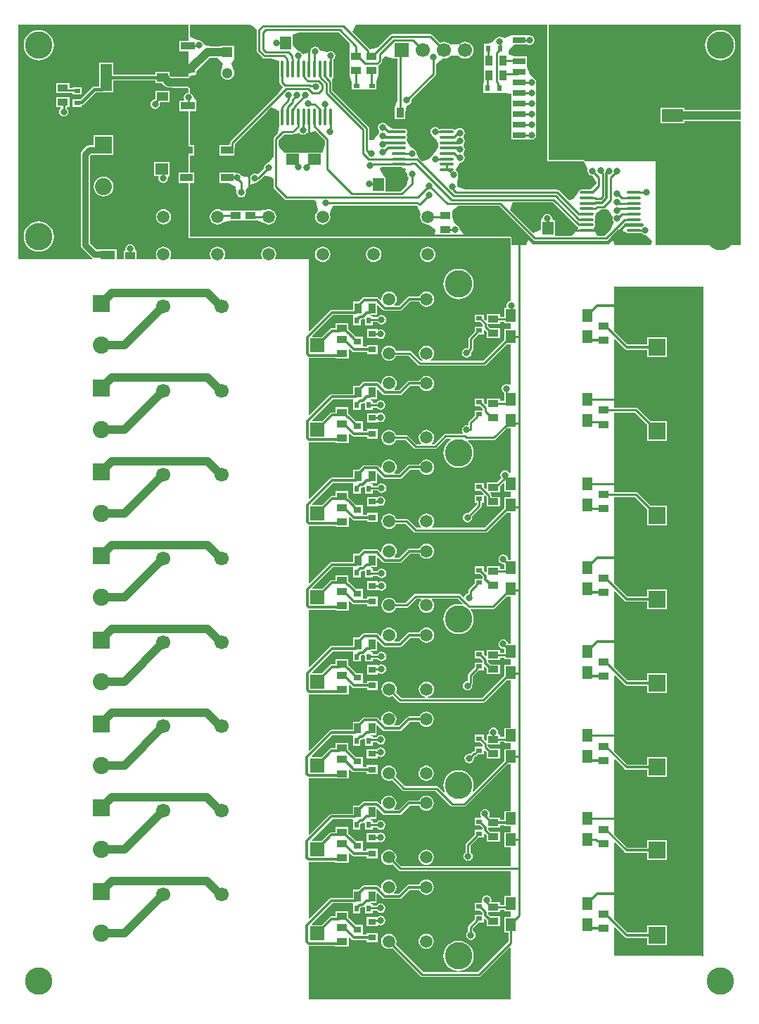
<source format=gtl>
G04*
G04 #@! TF.GenerationSoftware,Altium Limited,Altium Designer,19.0.15 (446)*
G04*
G04 Layer_Physical_Order=1*
G04 Layer_Color=255*
%FSLAX25Y25*%
%MOIN*%
G70*
G01*
G75*
%ADD13C,0.01000*%
%ADD15C,0.01575*%
%ADD19R,0.05118X0.03347*%
%ADD20R,0.03150X0.02362*%
%ADD21R,0.06299X0.03150*%
%ADD22O,0.06693X0.01378*%
%ADD23R,0.05118X0.05906*%
%ADD24R,0.06102X0.05315*%
%ADD25R,0.05315X0.06102*%
%ADD26R,0.04803X0.03602*%
%ADD27R,0.03827X0.03158*%
%ADD28R,0.03347X0.05118*%
%ADD29R,0.02362X0.03150*%
%ADD30R,0.10000X0.05906*%
%ADD31R,0.05906X0.03543*%
%ADD32O,0.01378X0.08268*%
%ADD33R,0.19685X0.03937*%
%ADD34R,0.19685X0.05512*%
%ADD35R,0.03602X0.04803*%
%ADD36R,0.07087X0.03937*%
%ADD37R,0.05512X0.03937*%
%ADD38R,0.05512X0.12795*%
%ADD39R,0.06693X0.03740*%
%ADD70C,0.01181*%
%ADD71C,0.03937*%
%ADD72C,0.03150*%
%ADD73R,0.06693X0.06693*%
%ADD74C,0.06693*%
%ADD75C,0.12992*%
%ADD76R,0.08071X0.08071*%
%ADD77C,0.08071*%
%ADD78C,0.05906*%
%ADD79R,0.05118X0.05118*%
%ADD80C,0.05118*%
%ADD81C,0.03150*%
G36*
X337402Y435039D02*
X354592D01*
X354975Y434608D01*
X356354Y431969D01*
X356522Y431102D01*
X356429Y430638D01*
X356429Y430638D01*
X356600Y429777D01*
X357088Y429048D01*
Y429048D01*
X357817Y428561D01*
X357817Y428561D01*
X358677Y428390D01*
X360659Y425097D01*
Y424751D01*
X357626Y421719D01*
X355796D01*
X355737Y421719D01*
X355736Y421719D01*
X353445Y421719D01*
X353445Y421719D01*
X352930Y421616D01*
X352930Y421616D01*
X352494Y421325D01*
Y421325D01*
X352203Y420889D01*
X352203Y420889D01*
X352203Y420889D01*
X352100Y420374D01*
X352100Y420374D01*
Y420374D01*
X349686Y417079D01*
X347427Y416870D01*
X342909Y421388D01*
X342535Y421638D01*
X342094Y421726D01*
X298483D01*
X294768Y423228D01*
X294768Y423229D01*
X294734Y423396D01*
X294655Y424679D01*
X294990Y427880D01*
X295161Y428740D01*
X295161Y428740D01*
X294990Y429600D01*
X294990Y429600D01*
X294990Y429600D01*
X294055Y431254D01*
X296101Y434571D01*
X296923Y434734D01*
X296923Y434734D01*
X297653Y435221D01*
X297653Y435221D01*
X298140Y435951D01*
X298140Y435951D01*
Y435951D01*
X298311Y436811D01*
X298311Y436811D01*
X298140Y437671D01*
Y437671D01*
X297653Y438401D01*
Y439158D01*
X298140Y439888D01*
X298311Y440748D01*
X298140Y441608D01*
X297653Y442338D01*
Y443095D01*
X298140Y443825D01*
X298311Y444685D01*
X298140Y445545D01*
X297653Y446275D01*
Y447032D01*
X298140Y447762D01*
Y447762D01*
X298311Y448622D01*
X298311Y448622D01*
X298140Y449482D01*
X298140Y449482D01*
X297653Y450211D01*
X297653Y450212D01*
X296923Y450699D01*
X296923Y450699D01*
X296063Y450870D01*
X296063Y450870D01*
X295203Y450699D01*
X295203D01*
X294638Y450522D01*
X294638D01*
X293175Y450065D01*
X292739Y450356D01*
X292224Y450459D01*
X289942Y450459D01*
X286910D01*
X286395Y450356D01*
X286333Y450315D01*
X286167D01*
X285841Y450802D01*
X285841Y450802D01*
X285112Y451289D01*
X285112D01*
X284252Y451461D01*
X284252Y451461D01*
X283392Y451289D01*
X283392Y451289D01*
X282662Y450802D01*
X282175Y450073D01*
X282004Y449213D01*
X282004Y449213D01*
X282175Y448352D01*
X282175Y448352D01*
X282662Y447623D01*
X282662Y447623D01*
X283153Y447295D01*
X283519Y446989D01*
X284880Y445419D01*
X285667Y443481D01*
X285667Y443481D01*
X285667Y443481D01*
X285833Y442717D01*
X285667Y441952D01*
X284880Y440014D01*
X283519Y438444D01*
X283153Y438138D01*
X282663Y437810D01*
X282175Y437081D01*
X282116Y436782D01*
X280289Y435724D01*
X278209Y435121D01*
X276401Y436929D01*
X275476Y438976D01*
X275305Y439837D01*
X275305D01*
X274818Y440566D01*
X274089Y441053D01*
X272498Y442314D01*
X271026Y444511D01*
X271026Y444511D01*
X270860Y445276D01*
X271026Y446040D01*
X271026Y446040D01*
X271128Y446555D01*
X271026Y447070D01*
X270776Y447444D01*
X271026Y448599D01*
X271128Y449114D01*
X271128Y449114D01*
X271026Y449629D01*
Y449629D01*
X271026Y449629D01*
X270734Y450065D01*
X270734Y450065D01*
X270298Y450356D01*
X270298Y450357D01*
X269783Y450459D01*
X267492Y450459D01*
X267492Y450459D01*
X267433Y450459D01*
X264469D01*
X261526Y452041D01*
X261526Y452041D01*
X261038Y452771D01*
X261038Y452771D01*
X260309Y453258D01*
X260309Y453258D01*
X259449Y453429D01*
X259449Y453429D01*
X258589Y453258D01*
X257859Y452771D01*
X257372Y452041D01*
X257372Y452041D01*
X257201Y451181D01*
X257201Y451181D01*
X257372Y450321D01*
X257372Y450321D01*
X257859Y449592D01*
Y448834D01*
X257372Y448104D01*
X257366Y448073D01*
X255729Y446034D01*
X254623Y445126D01*
X253176Y445102D01*
X253002Y445275D01*
Y450774D01*
X252915Y451215D01*
X252665Y451589D01*
X235542Y468712D01*
Y472979D01*
X235454Y473420D01*
X235302Y473956D01*
X235654Y474541D01*
X235946Y474977D01*
X236048Y475492D01*
Y480090D01*
Y482382D01*
X235946Y482897D01*
X235827Y483075D01*
Y483177D01*
X236235Y483450D01*
X236235Y483450D01*
X236722Y484179D01*
X236722Y484179D01*
X236894Y485039D01*
X236894Y485039D01*
X236722Y485900D01*
X236722Y485900D01*
X236235Y486629D01*
X235506Y487116D01*
X235506Y487116D01*
X234646Y487287D01*
X234646Y487287D01*
X233786Y487116D01*
X233785D01*
X233439Y486884D01*
X232942Y486917D01*
X230450Y487632D01*
X229509Y487995D01*
X229022Y488724D01*
X229022Y488724D01*
X228293Y489211D01*
X228293Y489211D01*
X227432Y489382D01*
X227432Y489382D01*
X226572Y489211D01*
X226572Y489211D01*
X225843Y488724D01*
X225843D01*
X225356Y487995D01*
X225356Y487995D01*
X225185Y487135D01*
X225184Y487135D01*
X225273Y486689D01*
X221426Y485900D01*
X220939Y486629D01*
X220209Y487116D01*
X219349Y487287D01*
X216929Y489991D01*
X216673Y490464D01*
Y495020D01*
X220077Y496307D01*
X238499D01*
X243723Y491083D01*
X243661Y487146D01*
X243661Y487146D01*
Y483209D01*
Y479783D01*
X243661Y475846D01*
D01*
X244843Y472399D01*
Y469153D01*
X249252Y469153D01*
X250983Y469153D01*
X253742D01*
X256535D01*
X256535Y472776D01*
X257323Y475846D01*
X257323D01*
Y480453D01*
X257323Y480453D01*
X257349Y480477D01*
X257655Y480681D01*
X258795Y481821D01*
X258795Y481821D01*
X259045Y482195D01*
X259045Y482195D01*
X259132Y482636D01*
X259132Y482636D01*
X259132Y483640D01*
X260551Y484712D01*
X264488Y483819D01*
Y483819D01*
X266417D01*
Y466492D01*
X266417Y463852D01*
X265490Y461383D01*
X265138Y461299D01*
X265138Y460445D01*
X265138Y460445D01*
Y455236D01*
X270000D01*
Y457936D01*
X270829Y461611D01*
X271726Y461949D01*
X271726D01*
X271726Y461949D01*
X272456Y462436D01*
X272456D01*
X272456Y462436D01*
X272943Y463166D01*
X272943Y463166D01*
X273114Y464026D01*
X273114Y464026D01*
X273011Y464542D01*
X284279Y475809D01*
X284528Y476183D01*
X284616Y476624D01*
Y481021D01*
X285624Y482061D01*
X288111Y483831D01*
X288464Y483785D01*
X288465Y483785D01*
X289503Y483921D01*
X290470Y484322D01*
X291301Y484959D01*
X291934Y485102D01*
X294995D01*
X295629Y484959D01*
X296459Y484322D01*
X297427Y483921D01*
X298465Y483785D01*
X299503Y483921D01*
X300470Y484322D01*
X301301Y484959D01*
X301938Y485790D01*
X302339Y486757D01*
X302475Y487795D01*
X302339Y488833D01*
X301938Y489801D01*
X301301Y490631D01*
X300470Y491269D01*
X299503Y491669D01*
X298465Y491806D01*
X297427Y491669D01*
X296459Y491269D01*
X295629Y490631D01*
X294995Y490489D01*
X291934D01*
X291301Y490631D01*
X290470Y491269D01*
X289503Y491669D01*
X288465Y491806D01*
X287426Y491669D01*
X286573Y491316D01*
X282858Y495031D01*
X282484Y495281D01*
X282043Y495369D01*
X263844D01*
X263404Y495281D01*
X263030Y495031D01*
X257060Y489062D01*
X256344Y488843D01*
X253177Y488327D01*
X245141Y496363D01*
X246648Y500000D01*
X337402D01*
Y435039D01*
D02*
G37*
G36*
X167323Y492264D02*
X162953D01*
Y487264D01*
X167323D01*
Y475475D01*
X166947Y475145D01*
X166831Y475160D01*
X160960D01*
X160915Y475179D01*
X160236Y475268D01*
X159147D01*
X158504Y475911D01*
Y477402D01*
X156076D01*
X155905Y477424D01*
X155118D01*
X154948Y477402D01*
X151732D01*
Y476248D01*
X131732D01*
Y481831D01*
X124961D01*
Y470638D01*
X122736D01*
X122183Y470528D01*
X121714Y470215D01*
X116134Y464634D01*
X114961D01*
X114821Y464606D01*
X112362D01*
Y460984D01*
X116772D01*
Y461752D01*
X117285Y461854D01*
X117754Y462167D01*
X123335Y467748D01*
X126378D01*
X126518Y467776D01*
X131732D01*
Y473358D01*
X151732D01*
Y472205D01*
X154797D01*
X156208Y470794D01*
X156751Y470378D01*
X157383Y470116D01*
X158061Y470027D01*
X159620D01*
X159666Y470008D01*
X160344Y469918D01*
X166229D01*
X166251Y469909D01*
X166929Y469820D01*
X166947Y469823D01*
X167323Y469493D01*
Y467598D01*
X166463Y467427D01*
X165733Y466939D01*
X165246Y466210D01*
X165075Y465350D01*
X165246Y464490D01*
X165334Y464358D01*
X165098Y463917D01*
X162953D01*
Y458917D01*
X167323D01*
Y429764D01*
X162756D01*
Y424961D01*
X167323D01*
X167323Y398819D01*
X319882Y398819D01*
Y369089D01*
X319462Y369006D01*
X318733Y368519D01*
X318246Y367789D01*
X318074Y366929D01*
X318202Y366287D01*
X317878Y365787D01*
X316890D01*
Y361585D01*
X315000D01*
Y362736D01*
X308622D01*
Y359999D01*
X308160Y359808D01*
X307323Y360645D01*
Y362638D01*
X302913D01*
Y359016D01*
X305694D01*
X306813Y357897D01*
Y356929D01*
X302913D01*
Y354548D01*
X302912Y354541D01*
X300366Y351996D01*
X300117Y351622D01*
X300029Y351181D01*
Y346988D01*
X299647Y346650D01*
X299213Y346736D01*
X298352Y346565D01*
X297623Y346078D01*
X297136Y345348D01*
X296965Y344488D01*
X297136Y343628D01*
X297623Y342899D01*
X298352Y342411D01*
X299213Y342240D01*
X300073Y342411D01*
X300802Y342899D01*
X301289Y343628D01*
X301461Y344488D01*
X301358Y345004D01*
X301996Y345642D01*
X302245Y346016D01*
X302333Y346457D01*
Y350704D01*
X304858Y353229D01*
X304910Y353307D01*
X307323D01*
Y355060D01*
X307785Y355251D01*
X308622Y354414D01*
Y351437D01*
X315000D01*
Y356043D01*
X310251D01*
X309117Y357178D01*
Y358130D01*
X315000D01*
Y359281D01*
X316890D01*
Y358622D01*
X319882D01*
Y355787D01*
X316890D01*
Y350619D01*
X316811Y350567D01*
X306964Y340719D01*
X282043D01*
X281931Y341186D01*
X281935Y341219D01*
X282673Y341785D01*
X283248Y342534D01*
X283609Y343405D01*
X283732Y344340D01*
X283609Y345276D01*
X283248Y346147D01*
X282673Y346896D01*
X281925Y347470D01*
X281053Y347831D01*
X280118Y347954D01*
X279183Y347831D01*
X278311Y347470D01*
X277563Y346896D01*
X276989Y346147D01*
X276628Y345276D01*
X276504Y344340D01*
X276628Y343405D01*
X276989Y342534D01*
X277563Y341785D01*
X278301Y341219D01*
X278305Y341186D01*
X278193Y340719D01*
X277415D01*
X272979Y345155D01*
X272605Y345405D01*
X272165Y345493D01*
X265802D01*
X265531Y346147D01*
X264957Y346896D01*
X264208Y347470D01*
X263337Y347831D01*
X262402Y347954D01*
X261466Y347831D01*
X260595Y347470D01*
X259846Y346896D01*
X259272Y346147D01*
X258911Y345276D01*
X258788Y344340D01*
X258911Y343405D01*
X259272Y342534D01*
X259846Y341785D01*
X260595Y341211D01*
X261466Y340850D01*
X262402Y340727D01*
X263337Y340850D01*
X264208Y341211D01*
X264957Y341785D01*
X265531Y342534D01*
X265802Y343189D01*
X271687D01*
X276123Y338752D01*
X276497Y338503D01*
X276938Y338415D01*
X307441D01*
X307882Y338503D01*
X308256Y338752D01*
X318124Y348621D01*
X318131Y348622D01*
X319882D01*
Y329628D01*
X319382Y329361D01*
X318970Y329636D01*
X318110Y329807D01*
X317250Y329636D01*
X316521Y329149D01*
X316033Y328419D01*
X315862Y327559D01*
X316033Y326699D01*
X316521Y325970D01*
X316890Y325723D01*
Y321821D01*
X315000D01*
Y322972D01*
X308622D01*
Y320235D01*
X308160Y320044D01*
X307323Y320881D01*
Y322874D01*
X302913D01*
Y319252D01*
X305694D01*
X306813Y318133D01*
Y317165D01*
X302913D01*
Y314785D01*
X302912Y314777D01*
X300366Y312232D01*
X300117Y311858D01*
X300029Y311417D01*
Y310550D01*
X299642Y310232D01*
X299212Y310318D01*
X298352Y310147D01*
X297622Y309660D01*
X297135Y308930D01*
X296964Y308070D01*
X297135Y307210D01*
X297490Y306680D01*
X297242Y306180D01*
X289130D01*
X288689Y306092D01*
X288315Y305842D01*
X283814Y301341D01*
X282757D01*
X282596Y301815D01*
X282673Y301874D01*
X283248Y302622D01*
X283609Y303494D01*
X283732Y304429D01*
X283609Y305364D01*
X283248Y306236D01*
X282673Y306984D01*
X281925Y307559D01*
X281053Y307920D01*
X280118Y308043D01*
X279183Y307920D01*
X278311Y307559D01*
X277563Y306984D01*
X276989Y306236D01*
X276628Y305364D01*
X276504Y304429D01*
X276628Y303494D01*
X276989Y302622D01*
X277563Y301874D01*
X277640Y301815D01*
X277480Y301341D01*
X275399D01*
X271496Y305244D01*
X271123Y305493D01*
X270682Y305581D01*
X265802D01*
X265531Y306236D01*
X264957Y306984D01*
X264208Y307559D01*
X263337Y307920D01*
X262402Y308043D01*
X261466Y307920D01*
X260595Y307559D01*
X259846Y306984D01*
X259272Y306236D01*
X258911Y305364D01*
X258788Y304429D01*
X258911Y303494D01*
X259272Y302622D01*
X259846Y301874D01*
X260595Y301300D01*
X261466Y300939D01*
X262402Y300816D01*
X263337Y300939D01*
X264208Y301300D01*
X264957Y301874D01*
X265531Y302622D01*
X265802Y303277D01*
X270204D01*
X274107Y299374D01*
X274481Y299125D01*
X274922Y299037D01*
X284291D01*
X284732Y299125D01*
X285106Y299374D01*
X289607Y303875D01*
X291505D01*
X291630Y303376D01*
X291297Y303198D01*
X290212Y302307D01*
X289322Y301222D01*
X288660Y299984D01*
X288253Y298641D01*
X288115Y297244D01*
X288253Y295847D01*
X288660Y294504D01*
X289322Y293266D01*
X290212Y292181D01*
X291297Y291290D01*
X292535Y290629D01*
X293879Y290221D01*
X295276Y290084D01*
X296673Y290221D01*
X298016Y290629D01*
X299254Y291290D01*
X300339Y292181D01*
X301229Y293266D01*
X301891Y294504D01*
X302298Y295847D01*
X302436Y297244D01*
X302298Y298641D01*
X301891Y299984D01*
X301229Y301222D01*
X300339Y302307D01*
X299861Y302700D01*
X300039Y303200D01*
X311990D01*
X312431Y303288D01*
X312804Y303537D01*
X318124Y308857D01*
X318131Y308858D01*
X319882D01*
X319882Y287712D01*
X319419Y287495D01*
X319382Y287501D01*
X318912Y288204D01*
X318183Y288691D01*
X317323Y288862D01*
X316463Y288691D01*
X315733Y288204D01*
X315246Y287474D01*
X315075Y286614D01*
X315246Y285754D01*
X315593Y285234D01*
X313371Y283012D01*
X308622D01*
Y280275D01*
X308160Y280083D01*
X307323Y280921D01*
Y282913D01*
X302913D01*
Y279291D01*
X305694D01*
X307280Y277705D01*
X307073Y277205D01*
X306926Y277205D01*
X302913D01*
Y273583D01*
X303966D01*
Y272556D01*
X300140Y268730D01*
X299624Y268832D01*
X298764Y268661D01*
X298034Y268174D01*
X297547Y267445D01*
X297376Y266585D01*
X297547Y265724D01*
X298034Y264995D01*
X298764Y264508D01*
X299624Y264337D01*
X300484Y264508D01*
X301213Y264995D01*
X301701Y265724D01*
X301872Y266585D01*
X301769Y267101D01*
X305933Y271264D01*
X306183Y271638D01*
X306270Y272079D01*
Y273583D01*
X307323D01*
Y276801D01*
X307323Y276955D01*
X307823Y277162D01*
X308600Y276385D01*
Y275189D01*
X308622Y275078D01*
Y271713D01*
X315000D01*
Y276319D01*
X310904D01*
Y276862D01*
X310816Y277303D01*
X310567Y277677D01*
X310300Y277944D01*
X310491Y278405D01*
X315000D01*
Y281382D01*
X316428Y282810D01*
X316890Y282619D01*
Y278898D01*
X319882D01*
Y276063D01*
X316890D01*
Y270895D01*
X316811Y270842D01*
X307694Y261725D01*
X282757D01*
X282596Y262198D01*
X282673Y262258D01*
X283248Y263006D01*
X283609Y263878D01*
X283732Y264813D01*
X283609Y265748D01*
X283248Y266620D01*
X282673Y267368D01*
X281925Y267942D01*
X281053Y268303D01*
X280118Y268427D01*
X279183Y268303D01*
X278311Y267942D01*
X277563Y267368D01*
X276989Y266620D01*
X276628Y265748D01*
X276504Y264813D01*
X276628Y263878D01*
X276989Y263006D01*
X277563Y262258D01*
X277640Y262198D01*
X277480Y261725D01*
X275399D01*
X271496Y265628D01*
X271123Y265877D01*
X270682Y265965D01*
X265802D01*
X265531Y266620D01*
X264957Y267368D01*
X264208Y267942D01*
X263337Y268303D01*
X262402Y268427D01*
X261466Y268303D01*
X260595Y267942D01*
X259846Y267368D01*
X259272Y266620D01*
X258911Y265748D01*
X258788Y264813D01*
X258911Y263878D01*
X259272Y263006D01*
X259846Y262258D01*
X260595Y261684D01*
X261466Y261322D01*
X262402Y261199D01*
X263337Y261322D01*
X264208Y261684D01*
X264957Y262258D01*
X265531Y263006D01*
X265802Y263661D01*
X270204D01*
X274107Y259758D01*
X274481Y259508D01*
X274922Y259421D01*
X308171D01*
X308612Y259508D01*
X308986Y259758D01*
X318125Y268898D01*
X319882D01*
Y246496D01*
X319074D01*
X318783Y246850D01*
X318612Y247711D01*
X318125Y248440D01*
X317396Y248927D01*
X316535Y249098D01*
X315675Y248927D01*
X314946Y248440D01*
X314459Y247711D01*
X314287Y246850D01*
X314459Y245990D01*
X314946Y245261D01*
X315675Y244774D01*
X316535Y244602D01*
X316890Y244312D01*
Y242294D01*
X315000D01*
Y243445D01*
X308622D01*
Y240838D01*
X308160Y240647D01*
X307323Y241484D01*
Y243347D01*
X302913D01*
Y239724D01*
X305563D01*
X306689Y238598D01*
X306724Y238422D01*
X306826Y238269D01*
Y237638D01*
X302913D01*
Y235257D01*
X302912Y235250D01*
X300366Y232704D01*
X300117Y232331D01*
X300029Y231890D01*
Y230785D01*
X299393Y230659D01*
X298663Y230171D01*
X298176Y229442D01*
X298094Y229029D01*
X297551Y228865D01*
X296312Y230104D01*
X295938Y230354D01*
X295498Y230441D01*
X274922D01*
X274481Y230354D01*
X274107Y230104D01*
X270204Y226201D01*
X265802D01*
X265531Y226856D01*
X264957Y227604D01*
X264208Y228179D01*
X263337Y228540D01*
X262402Y228663D01*
X261466Y228540D01*
X260595Y228179D01*
X259846Y227604D01*
X259272Y226856D01*
X258911Y225985D01*
X258788Y225049D01*
X258911Y224114D01*
X259272Y223242D01*
X259846Y222494D01*
X260595Y221920D01*
X261466Y221559D01*
X262402Y221436D01*
X263337Y221559D01*
X264208Y221920D01*
X264957Y222494D01*
X265531Y223242D01*
X265802Y223897D01*
X270682D01*
X271123Y223985D01*
X271496Y224235D01*
X275399Y228137D01*
X277480D01*
X277640Y227664D01*
X277563Y227604D01*
X276989Y226856D01*
X276628Y225985D01*
X276504Y225049D01*
X276628Y224114D01*
X276989Y223242D01*
X277563Y222494D01*
X278311Y221920D01*
X279183Y221559D01*
X280118Y221436D01*
X281053Y221559D01*
X281925Y221920D01*
X282673Y222494D01*
X283248Y223242D01*
X283609Y224114D01*
X283732Y225049D01*
X283609Y225985D01*
X283248Y226856D01*
X282673Y227604D01*
X282596Y227664D01*
X282757Y228137D01*
X295020D01*
X297298Y225859D01*
X297033Y225417D01*
X296673Y225527D01*
X295276Y225664D01*
X293879Y225527D01*
X292535Y225119D01*
X291297Y224458D01*
X290212Y223567D01*
X289322Y222482D01*
X288660Y221244D01*
X288253Y219901D01*
X288115Y218504D01*
X288253Y217107D01*
X288660Y215764D01*
X289322Y214526D01*
X290212Y213441D01*
X291297Y212550D01*
X292535Y211889D01*
X293879Y211481D01*
X295276Y211344D01*
X296673Y211481D01*
X298016Y211889D01*
X299254Y212550D01*
X300339Y213441D01*
X301229Y214526D01*
X301891Y215764D01*
X302298Y217107D01*
X302436Y218504D01*
X302298Y219901D01*
X301891Y221244D01*
X301229Y222482D01*
X300964Y222805D01*
X301178Y223257D01*
X311575D01*
X312016Y223345D01*
X312389Y223595D01*
X318124Y229329D01*
X318131Y229331D01*
X319882D01*
Y206732D01*
X318776D01*
X318612Y207553D01*
X318125Y208282D01*
X317396Y208770D01*
X316535Y208941D01*
X315675Y208770D01*
X314946Y208282D01*
X314459Y207553D01*
X314287Y206693D01*
X314459Y205833D01*
X314946Y205103D01*
X315675Y204616D01*
X316535Y204445D01*
X316890Y204154D01*
Y202530D01*
X315000D01*
Y203681D01*
X308622D01*
Y201075D01*
X308160Y200883D01*
X307323Y201720D01*
Y203583D01*
X302913D01*
Y199961D01*
X305563D01*
X306689Y198835D01*
X306724Y198658D01*
X306826Y198505D01*
Y197874D01*
X302913D01*
Y195493D01*
X302912Y195486D01*
X300192Y192766D01*
X299942Y192392D01*
X299855Y191952D01*
Y189445D01*
X299624Y189256D01*
X298764Y189085D01*
X298034Y188597D01*
X297547Y187868D01*
X297376Y187008D01*
X297547Y186148D01*
X298034Y185418D01*
X298764Y184931D01*
X299624Y184760D01*
X300484Y184931D01*
X301213Y185418D01*
X301701Y186148D01*
X301872Y187008D01*
X301803Y187356D01*
X301821Y187374D01*
X302071Y187748D01*
X302159Y188189D01*
Y191474D01*
X304858Y194174D01*
X304910Y194252D01*
X307323D01*
Y195874D01*
X307785Y196066D01*
X308622Y195228D01*
Y192382D01*
X315000D01*
Y196988D01*
X310382D01*
X309315Y198055D01*
Y198937D01*
X309428Y199075D01*
X315000D01*
Y200226D01*
X316890D01*
Y199567D01*
X319882D01*
Y196732D01*
X316890D01*
Y191564D01*
X316811Y191511D01*
X306570Y181270D01*
X280898D01*
X280865Y181770D01*
X281053Y181795D01*
X281925Y182156D01*
X282673Y182730D01*
X283248Y183479D01*
X283609Y184350D01*
X283732Y185285D01*
X283609Y186221D01*
X283248Y187092D01*
X282673Y187841D01*
X281925Y188415D01*
X281053Y188776D01*
X280118Y188899D01*
X279183Y188776D01*
X278311Y188415D01*
X277563Y187841D01*
X276989Y187092D01*
X276628Y186221D01*
X276504Y185285D01*
X276628Y184350D01*
X276989Y183479D01*
X277563Y182730D01*
X278311Y182156D01*
X279183Y181795D01*
X279371Y181770D01*
X279339Y181270D01*
X268046D01*
X265621Y183695D01*
X265892Y184350D01*
X266015Y185285D01*
X265892Y186221D01*
X265531Y187092D01*
X264957Y187841D01*
X264208Y188415D01*
X263337Y188776D01*
X262402Y188899D01*
X261466Y188776D01*
X260595Y188415D01*
X259846Y187841D01*
X259272Y187092D01*
X258911Y186221D01*
X258788Y185285D01*
X258911Y184350D01*
X259272Y183479D01*
X259846Y182730D01*
X260595Y182156D01*
X261466Y181795D01*
X262402Y181672D01*
X263337Y181795D01*
X263992Y182066D01*
X266754Y179304D01*
X267128Y179054D01*
X267569Y178966D01*
X307047D01*
X307488Y179054D01*
X307862Y179304D01*
X318124Y189566D01*
X318131Y189567D01*
X319882D01*
Y166969D01*
X316890D01*
Y162766D01*
X315000D01*
Y163917D01*
X314321D01*
X313951Y164417D01*
X314059Y164961D01*
X313888Y165821D01*
X313401Y166550D01*
X312671Y167037D01*
X311811Y167209D01*
X310951Y167037D01*
X310222Y166550D01*
X309734Y165821D01*
X309563Y164961D01*
X309671Y164417D01*
X309301Y163917D01*
X308622D01*
Y161180D01*
X308160Y160989D01*
X307323Y161826D01*
Y163819D01*
X302913D01*
Y160197D01*
X305694D01*
X306813Y159078D01*
Y158110D01*
X302913D01*
Y156117D01*
X302681Y155885D01*
X302625D01*
X302184Y155798D01*
X301810Y155548D01*
X300967Y154704D01*
X300451Y154807D01*
X299590Y154636D01*
X298861Y154149D01*
X298374Y153419D01*
X298203Y152559D01*
X298374Y151699D01*
X298861Y150970D01*
X299590Y150482D01*
X300451Y150311D01*
X301311Y150482D01*
X302040Y150970D01*
X302527Y151699D01*
X302699Y152559D01*
X302596Y153075D01*
X303102Y153581D01*
X303158D01*
X303599Y153669D01*
X303973Y153919D01*
X304543Y154488D01*
X307323D01*
Y156241D01*
X307785Y156432D01*
X308622Y155595D01*
Y152618D01*
X315000D01*
Y157224D01*
X310251D01*
X309117Y158359D01*
Y159311D01*
X315000D01*
Y160462D01*
X316890D01*
Y159803D01*
X319882D01*
Y156968D01*
X316890D01*
Y151432D01*
X302384Y136927D01*
X301942Y137192D01*
X302298Y138367D01*
X302436Y139764D01*
X302298Y141161D01*
X301891Y142504D01*
X301229Y143742D01*
X300339Y144827D01*
X299254Y145718D01*
X298016Y146379D01*
X296673Y146787D01*
X295276Y146924D01*
X293879Y146787D01*
X292535Y146379D01*
X291297Y145718D01*
X290212Y144827D01*
X289322Y143742D01*
X288660Y142504D01*
X288253Y141161D01*
X288115Y139764D01*
X288253Y138367D01*
X288660Y137024D01*
X288740Y136873D01*
X288334Y136572D01*
X285756Y139151D01*
X285383Y139400D01*
X284942Y139488D01*
X269972D01*
X265529Y143932D01*
X265800Y144586D01*
X265923Y145522D01*
X265800Y146457D01*
X265439Y147328D01*
X264865Y148077D01*
X264116Y148651D01*
X263245Y149012D01*
X262309Y149135D01*
X261374Y149012D01*
X260503Y148651D01*
X259754Y148077D01*
X259180Y147328D01*
X258819Y146457D01*
X258696Y145522D01*
X258819Y144586D01*
X259180Y143715D01*
X259754Y142966D01*
X260503Y142392D01*
X261374Y142031D01*
X262309Y141908D01*
X263245Y142031D01*
X263899Y142302D01*
X268681Y137521D01*
X269054Y137272D01*
X269495Y137184D01*
X284464D01*
X291508Y130140D01*
X291882Y129890D01*
X292323Y129803D01*
X298041D01*
X298482Y129890D01*
X298856Y130140D01*
X318519Y149803D01*
X319882D01*
X319882Y127598D01*
X316890D01*
Y123488D01*
X315000D01*
Y124547D01*
X310382D01*
X309735Y125194D01*
X309951Y125518D01*
X310122Y126378D01*
X309951Y127238D01*
X309464Y127968D01*
X308734Y128455D01*
X307874Y128626D01*
X307014Y128455D01*
X306284Y127968D01*
X305797Y127238D01*
X305626Y126378D01*
X305797Y125518D01*
X306177Y124949D01*
X305961Y124449D01*
X302913D01*
Y120827D01*
X305563D01*
X306689Y119701D01*
X306724Y119524D01*
X306826Y119371D01*
Y118740D01*
X302913D01*
Y116359D01*
X302912Y116352D01*
X299011Y112451D01*
X298761Y112077D01*
X298673Y111636D01*
Y108181D01*
X298236Y107889D01*
X297749Y107159D01*
X297578Y106299D01*
X297749Y105439D01*
X298236Y104710D01*
X298965Y104222D01*
X299826Y104051D01*
X300686Y104222D01*
X301415Y104710D01*
X301902Y105439D01*
X302073Y106299D01*
X301902Y107159D01*
X301415Y107889D01*
X300978Y108181D01*
Y111159D01*
X304858Y115040D01*
X304910Y115118D01*
X307323D01*
Y116740D01*
X307785Y116932D01*
X308622Y116095D01*
Y113248D01*
X315000D01*
Y117854D01*
X310382D01*
X309315Y118921D01*
Y119803D01*
X309428Y119941D01*
X315000D01*
Y121000D01*
X316890D01*
Y120433D01*
X319882D01*
Y117598D01*
X316890D01*
Y110433D01*
X319882D01*
Y101546D01*
X268151D01*
X265529Y104168D01*
X265800Y104823D01*
X265923Y105758D01*
X265800Y106693D01*
X265439Y107565D01*
X264865Y108313D01*
X264116Y108887D01*
X263245Y109248D01*
X262309Y109371D01*
X261374Y109248D01*
X260503Y108887D01*
X259754Y108313D01*
X259180Y107565D01*
X258819Y106693D01*
X258696Y105758D01*
X258819Y104823D01*
X259180Y103951D01*
X259754Y103203D01*
X260503Y102628D01*
X261374Y102267D01*
X262309Y102144D01*
X263245Y102267D01*
X263899Y102539D01*
X266859Y99579D01*
X267233Y99329D01*
X267674Y99242D01*
X319882D01*
Y87441D01*
X316890D01*
Y83239D01*
X315000D01*
Y84390D01*
X311171D01*
X310801Y84890D01*
X310909Y85433D01*
X310738Y86293D01*
X310250Y87022D01*
X309521Y87510D01*
X308661Y87681D01*
X307801Y87510D01*
X307071Y87022D01*
X306584Y86293D01*
X306413Y85433D01*
X306540Y84791D01*
X306216Y84291D01*
X302913D01*
Y80669D01*
X305563D01*
X306689Y79543D01*
X306724Y79366D01*
X306826Y79214D01*
Y78583D01*
X302913D01*
Y76202D01*
X302912Y76195D01*
X300192Y73475D01*
X299942Y73101D01*
X299855Y72660D01*
Y70663D01*
X299592Y70487D01*
X299104Y69758D01*
X298933Y68898D01*
X299104Y68037D01*
X299592Y67308D01*
X300321Y66821D01*
X301181Y66650D01*
X302041Y66821D01*
X302771Y67308D01*
X303258Y68037D01*
X303429Y68898D01*
X303258Y69758D01*
X302771Y70487D01*
X302159Y70896D01*
Y72183D01*
X304858Y74882D01*
X304910Y74961D01*
X307323D01*
Y76583D01*
X307785Y76774D01*
X308622Y75937D01*
Y73090D01*
X315000D01*
Y77697D01*
X310382D01*
X309315Y78764D01*
Y79646D01*
X309428Y79783D01*
X315000D01*
Y80935D01*
X316890D01*
Y80276D01*
X319882D01*
Y77441D01*
X316890D01*
Y70276D01*
X318927D01*
Y65781D01*
X304494Y51349D01*
X278584D01*
X265529Y64404D01*
X265800Y65059D01*
X265923Y65994D01*
X265800Y66929D01*
X265439Y67801D01*
X264865Y68549D01*
X264116Y69124D01*
X263245Y69485D01*
X262309Y69608D01*
X261374Y69485D01*
X260503Y69124D01*
X259754Y68549D01*
X259180Y67801D01*
X258819Y66929D01*
X258696Y65994D01*
X258819Y65059D01*
X259180Y64187D01*
X259754Y63439D01*
X260503Y62865D01*
X261374Y62504D01*
X262309Y62380D01*
X263245Y62504D01*
X263899Y62775D01*
X277292Y49382D01*
X277666Y49132D01*
X278107Y49045D01*
X304972D01*
X305412Y49132D01*
X305786Y49382D01*
X319420Y63016D01*
X319882Y62825D01*
Y38386D01*
X224410D01*
Y63716D01*
X236876D01*
Y63494D01*
X243254D01*
Y67720D01*
X243754Y67927D01*
X244796Y66886D01*
X245199Y66616D01*
X245676Y66521D01*
X251833D01*
Y65557D01*
X256920D01*
Y69974D01*
X251833D01*
Y69010D01*
X250332D01*
X249951Y69297D01*
Y73715D01*
X246782D01*
X244047Y76449D01*
X243643Y76719D01*
X243540Y76740D01*
X243097Y77183D01*
Y80285D01*
X237034D01*
Y77888D01*
X235213D01*
X234737Y77793D01*
X234333Y77524D01*
X230471Y73661D01*
X226057D01*
X225850Y74161D01*
X235730Y84041D01*
X245213D01*
X245243Y83553D01*
X245243D01*
Y79144D01*
X248865D01*
Y81793D01*
X249144Y82073D01*
X249790D01*
X250266Y82167D01*
X250451Y82291D01*
X250951Y82027D01*
Y79144D01*
X254573D01*
Y80541D01*
X256583D01*
X256875Y80103D01*
X257604Y79616D01*
X258465Y79445D01*
X259325Y79616D01*
X260054Y80103D01*
X260541Y80833D01*
X260713Y81693D01*
X260541Y82553D01*
X260054Y83282D01*
X259325Y83770D01*
X258465Y83941D01*
X257604Y83770D01*
X256875Y83282D01*
X256583Y82845D01*
X254573D01*
Y83553D01*
X253927D01*
X253707Y84053D01*
X253718Y84065D01*
X256542D01*
Y88591D01*
X257004Y88782D01*
X259412Y86374D01*
X259816Y86104D01*
X260292Y86010D01*
X267466D01*
X267942Y86104D01*
X268346Y86374D01*
X272312Y90340D01*
X276664D01*
X276897Y89778D01*
X277471Y89030D01*
X278219Y88455D01*
X279091Y88094D01*
X280026Y87971D01*
X280961Y88094D01*
X281833Y88455D01*
X282581Y89030D01*
X283155Y89778D01*
X283516Y90649D01*
X283640Y91585D01*
X283516Y92520D01*
X283155Y93391D01*
X282581Y94140D01*
X281833Y94714D01*
X280961Y95075D01*
X280026Y95198D01*
X279091Y95075D01*
X278219Y94714D01*
X277471Y94140D01*
X276897Y93391D01*
X276664Y92829D01*
X271797D01*
X271321Y92734D01*
X270917Y92465D01*
X266951Y88498D01*
X264950D01*
X264790Y88972D01*
X264865Y89030D01*
X265439Y89778D01*
X265800Y90649D01*
X265923Y91585D01*
X265800Y92520D01*
X265439Y93391D01*
X264865Y94140D01*
X264116Y94714D01*
X263245Y95075D01*
X262309Y95198D01*
X261374Y95075D01*
X260503Y94714D01*
X259754Y94140D01*
X259180Y93391D01*
X258819Y92520D01*
X258696Y91585D01*
X258730Y91325D01*
X258249Y91144D01*
X258170Y91264D01*
X257363Y92071D01*
X256959Y92341D01*
X256483Y92435D01*
X250597D01*
X250121Y92341D01*
X249717Y92071D01*
X248089Y90443D01*
X245243D01*
Y86530D01*
X235214D01*
X234738Y86435D01*
X234335Y86165D01*
X224871Y76702D01*
X224410Y76894D01*
Y103480D01*
X236876D01*
Y103258D01*
X243254D01*
Y107484D01*
X243754Y107691D01*
X244796Y106650D01*
X245199Y106380D01*
X245676Y106285D01*
X251833D01*
Y105321D01*
X256920D01*
Y109738D01*
X251833D01*
Y108774D01*
X250332D01*
X249951Y109061D01*
Y113478D01*
X246782D01*
X244047Y116213D01*
X243643Y116483D01*
X243540Y116503D01*
X243097Y116947D01*
Y120049D01*
X237034D01*
Y117652D01*
X235213D01*
X234737Y117557D01*
X234333Y117287D01*
X230471Y113425D01*
X226057D01*
X225850Y113925D01*
X235730Y123805D01*
X245213D01*
X245243Y123317D01*
X245243D01*
Y118907D01*
X248865D01*
Y121557D01*
X249144Y121836D01*
X249790D01*
X250266Y121931D01*
X250451Y122055D01*
X250951Y121791D01*
Y118907D01*
X254573D01*
Y119911D01*
X256583D01*
X256875Y119474D01*
X257604Y118986D01*
X258465Y118815D01*
X259325Y118986D01*
X260054Y119474D01*
X260541Y120203D01*
X260713Y121063D01*
X260541Y121923D01*
X260054Y122652D01*
X259325Y123140D01*
X258465Y123311D01*
X257604Y123140D01*
X256875Y122652D01*
X256583Y122215D01*
X254573D01*
Y123317D01*
X253927D01*
X253707Y123817D01*
X253718Y123829D01*
X256542D01*
Y128355D01*
X257004Y128546D01*
X259412Y126138D01*
X259816Y125868D01*
X260292Y125773D01*
X267466D01*
X267942Y125868D01*
X268346Y126138D01*
X272312Y130104D01*
X276664D01*
X276897Y129542D01*
X277471Y128793D01*
X278219Y128219D01*
X279091Y127858D01*
X280026Y127735D01*
X280961Y127858D01*
X281833Y128219D01*
X282581Y128793D01*
X283155Y129542D01*
X283516Y130413D01*
X283640Y131348D01*
X283516Y132284D01*
X283155Y133155D01*
X282581Y133904D01*
X281833Y134478D01*
X280961Y134839D01*
X280026Y134962D01*
X279091Y134839D01*
X278219Y134478D01*
X277471Y133904D01*
X276897Y133155D01*
X276664Y132593D01*
X271797D01*
X271321Y132498D01*
X270917Y132228D01*
X266951Y128262D01*
X264950D01*
X264790Y128736D01*
X264865Y128793D01*
X265439Y129542D01*
X265800Y130413D01*
X265923Y131348D01*
X265800Y132284D01*
X265439Y133155D01*
X264865Y133904D01*
X264116Y134478D01*
X263245Y134839D01*
X262309Y134962D01*
X261374Y134839D01*
X260503Y134478D01*
X259754Y133904D01*
X259180Y133155D01*
X258819Y132284D01*
X258696Y131348D01*
X258730Y131089D01*
X258249Y130908D01*
X258170Y131027D01*
X257363Y131835D01*
X256959Y132104D01*
X256483Y132199D01*
X250597D01*
X250121Y132104D01*
X249717Y131835D01*
X248089Y130207D01*
X245243D01*
Y126294D01*
X235214D01*
X234738Y126199D01*
X234335Y125929D01*
X224871Y116466D01*
X224410Y116657D01*
Y143244D01*
X236876D01*
Y143022D01*
X243254D01*
Y147248D01*
X243754Y147455D01*
X244796Y146413D01*
X245199Y146144D01*
X245676Y146049D01*
X251833D01*
Y145085D01*
X256920D01*
Y149502D01*
X251833D01*
Y148538D01*
X250332D01*
X249951Y148825D01*
Y153242D01*
X246782D01*
X244047Y155977D01*
X243643Y156246D01*
X243540Y156267D01*
X243097Y156711D01*
Y159813D01*
X237034D01*
Y157416D01*
X235213D01*
X234737Y157321D01*
X234333Y157051D01*
X230471Y153189D01*
X226057D01*
X225850Y153689D01*
X235730Y163569D01*
X245213D01*
X245243Y163081D01*
X245243D01*
Y158671D01*
X248865D01*
Y161321D01*
X249144Y161600D01*
X249790D01*
X250266Y161695D01*
X250451Y161819D01*
X250951Y161555D01*
Y158671D01*
X254573D01*
Y160265D01*
X256583D01*
X256875Y159828D01*
X257604Y159341D01*
X258465Y159169D01*
X259325Y159341D01*
X260054Y159828D01*
X260541Y160557D01*
X260713Y161417D01*
X260541Y162278D01*
X260054Y163007D01*
X259325Y163494D01*
X258465Y163665D01*
X257604Y163494D01*
X256875Y163007D01*
X256583Y162569D01*
X254573D01*
Y163081D01*
X253927D01*
X253707Y163581D01*
X253718Y163593D01*
X256542D01*
Y168118D01*
X257004Y168310D01*
X259412Y165902D01*
X259816Y165632D01*
X260292Y165537D01*
X267466D01*
X267942Y165632D01*
X268346Y165902D01*
X272312Y169868D01*
X276664D01*
X276897Y169305D01*
X277471Y168557D01*
X278219Y167983D01*
X279091Y167622D01*
X280026Y167499D01*
X280961Y167622D01*
X281833Y167983D01*
X282581Y168557D01*
X283155Y169305D01*
X283516Y170177D01*
X283640Y171112D01*
X283516Y172047D01*
X283155Y172919D01*
X282581Y173667D01*
X281833Y174242D01*
X280961Y174603D01*
X280026Y174726D01*
X279091Y174603D01*
X278219Y174242D01*
X277471Y173667D01*
X276897Y172919D01*
X276664Y172357D01*
X271797D01*
X271321Y172262D01*
X270917Y171992D01*
X266951Y168026D01*
X264950D01*
X264790Y168499D01*
X264865Y168557D01*
X265439Y169305D01*
X265800Y170177D01*
X265923Y171112D01*
X265800Y172047D01*
X265439Y172919D01*
X264865Y173667D01*
X264116Y174242D01*
X263245Y174603D01*
X262309Y174726D01*
X261374Y174603D01*
X260503Y174242D01*
X259754Y173667D01*
X259180Y172919D01*
X258819Y172047D01*
X258696Y171112D01*
X258730Y170853D01*
X258249Y170672D01*
X258170Y170791D01*
X257363Y171598D01*
X256959Y171868D01*
X256483Y171963D01*
X250597D01*
X250121Y171868D01*
X249717Y171598D01*
X248089Y169971D01*
X245243D01*
Y166057D01*
X235214D01*
X234738Y165963D01*
X234335Y165693D01*
X224871Y156230D01*
X224410Y156421D01*
Y182991D01*
X224429Y183008D01*
X236968D01*
Y182785D01*
X243347D01*
Y187011D01*
X243847Y187218D01*
X244888Y186177D01*
X245291Y185907D01*
X245768Y185813D01*
X251925D01*
Y184848D01*
X257012D01*
Y189266D01*
X251925D01*
Y188302D01*
X250424D01*
X250043Y188589D01*
Y193006D01*
X246874D01*
X244139Y195741D01*
X243736Y196010D01*
X243633Y196031D01*
X243189Y196474D01*
Y199577D01*
X237126D01*
Y197179D01*
X235305D01*
X234829Y197085D01*
X234425Y196815D01*
X230563Y192953D01*
X226150D01*
X225942Y193453D01*
X235822Y203332D01*
X245305D01*
X245335Y202845D01*
X245335D01*
Y198435D01*
X248957D01*
Y201085D01*
X249236Y201364D01*
X249882D01*
X250358Y201459D01*
X250543Y201582D01*
X251043Y201318D01*
Y198435D01*
X254665D01*
Y199635D01*
X256977D01*
X257269Y199198D01*
X257998Y198711D01*
X258858Y198539D01*
X259718Y198711D01*
X260448Y199198D01*
X260935Y199927D01*
X261106Y200787D01*
X260935Y201648D01*
X260448Y202377D01*
X259718Y202864D01*
X258858Y203035D01*
X257998Y202864D01*
X257269Y202377D01*
X256977Y201940D01*
X254665D01*
Y202845D01*
X254019D01*
X253799Y203344D01*
X253810Y203356D01*
X256634D01*
Y207882D01*
X257096Y208073D01*
X259504Y205665D01*
X259908Y205396D01*
X260384Y205301D01*
X267558D01*
X268035Y205396D01*
X268438Y205665D01*
X272405Y209632D01*
X276756D01*
X276989Y209069D01*
X277563Y208321D01*
X278311Y207747D01*
X279183Y207385D01*
X280118Y207262D01*
X281053Y207385D01*
X281925Y207747D01*
X282673Y208321D01*
X283248Y209069D01*
X283609Y209941D01*
X283732Y210876D01*
X283609Y211811D01*
X283248Y212683D01*
X282673Y213431D01*
X281925Y214005D01*
X281053Y214366D01*
X280118Y214490D01*
X279183Y214366D01*
X278311Y214005D01*
X277563Y213431D01*
X276989Y212683D01*
X276756Y212120D01*
X271889D01*
X271413Y212026D01*
X271009Y211756D01*
X267043Y207790D01*
X265042D01*
X264882Y208263D01*
X264957Y208321D01*
X265531Y209069D01*
X265892Y209941D01*
X266015Y210876D01*
X265892Y211811D01*
X265531Y212683D01*
X264957Y213431D01*
X264208Y214005D01*
X263337Y214366D01*
X262402Y214490D01*
X261466Y214366D01*
X260595Y214005D01*
X259846Y213431D01*
X259272Y212683D01*
X258911Y211811D01*
X258788Y210876D01*
X258822Y210616D01*
X258342Y210436D01*
X258262Y210555D01*
X257455Y211362D01*
X257051Y211632D01*
X256575Y211727D01*
X250689D01*
X250213Y211632D01*
X249809Y211362D01*
X248181Y209734D01*
X245335D01*
Y205821D01*
X235307D01*
X234830Y205726D01*
X234427Y205457D01*
X224871Y195901D01*
X224410Y196093D01*
Y222755D01*
X224429Y222771D01*
X236968D01*
Y222549D01*
X243347D01*
Y226775D01*
X243847Y226982D01*
X244888Y225941D01*
X245291Y225671D01*
X245768Y225576D01*
X251925D01*
Y224612D01*
X257012D01*
Y229029D01*
X251925D01*
Y228065D01*
X250424D01*
X250043Y228352D01*
Y232770D01*
X246874D01*
X244139Y235504D01*
X243736Y235774D01*
X243633Y235795D01*
X243189Y236238D01*
Y239340D01*
X237126D01*
Y236943D01*
X235305D01*
X234829Y236848D01*
X234425Y236579D01*
X230563Y232716D01*
X226150D01*
X225942Y233217D01*
X235822Y243096D01*
X245305D01*
X245335Y242608D01*
X245335D01*
Y238199D01*
X248957D01*
Y240848D01*
X249236Y241128D01*
X249882D01*
X250358Y241222D01*
X250543Y241346D01*
X251043Y241082D01*
Y238199D01*
X254665D01*
Y239005D01*
X256977D01*
X257269Y238568D01*
X257998Y238081D01*
X258858Y237910D01*
X259718Y238081D01*
X260448Y238568D01*
X260935Y239297D01*
X261106Y240158D01*
X260935Y241018D01*
X260448Y241747D01*
X259718Y242234D01*
X258858Y242405D01*
X257998Y242234D01*
X257269Y241747D01*
X256977Y241309D01*
X254665D01*
Y242608D01*
X254019D01*
X253799Y243108D01*
X253810Y243120D01*
X256634D01*
Y247646D01*
X257096Y247837D01*
X259504Y245429D01*
X259908Y245159D01*
X260384Y245065D01*
X267558D01*
X268035Y245159D01*
X268438Y245429D01*
X272405Y249395D01*
X276756D01*
X276989Y248833D01*
X277563Y248085D01*
X278311Y247510D01*
X279183Y247149D01*
X280118Y247026D01*
X281053Y247149D01*
X281925Y247510D01*
X282673Y248085D01*
X283248Y248833D01*
X283609Y249705D01*
X283732Y250640D01*
X283609Y251575D01*
X283248Y252447D01*
X282673Y253195D01*
X281925Y253769D01*
X281053Y254130D01*
X280118Y254253D01*
X279183Y254130D01*
X278311Y253769D01*
X277563Y253195D01*
X276989Y252447D01*
X276756Y251884D01*
X271889D01*
X271413Y251789D01*
X271009Y251520D01*
X267043Y247553D01*
X265042D01*
X264882Y248027D01*
X264957Y248085D01*
X265531Y248833D01*
X265892Y249705D01*
X266015Y250640D01*
X265892Y251575D01*
X265531Y252447D01*
X264957Y253195D01*
X264208Y253769D01*
X263337Y254130D01*
X262402Y254253D01*
X261466Y254130D01*
X260595Y253769D01*
X259846Y253195D01*
X259272Y252447D01*
X258911Y251575D01*
X258788Y250640D01*
X258822Y250380D01*
X258342Y250199D01*
X258262Y250319D01*
X257455Y251126D01*
X257051Y251396D01*
X256575Y251490D01*
X250689D01*
X250213Y251396D01*
X249809Y251126D01*
X248181Y249498D01*
X245335D01*
Y245585D01*
X235307D01*
X234830Y245490D01*
X234427Y245220D01*
X224871Y235665D01*
X224410Y235857D01*
Y262519D01*
X224429Y262535D01*
X236968D01*
Y262313D01*
X243347D01*
Y266539D01*
X243847Y266746D01*
X244888Y265705D01*
X245291Y265435D01*
X245768Y265340D01*
X251925D01*
Y264376D01*
X257012D01*
Y268793D01*
X251925D01*
Y267829D01*
X250424D01*
X250043Y268116D01*
Y272533D01*
X246874D01*
X244139Y275268D01*
X243736Y275538D01*
X243633Y275558D01*
X243189Y276002D01*
Y279104D01*
X237126D01*
Y276707D01*
X235305D01*
X234829Y276612D01*
X234425Y276343D01*
X230563Y272480D01*
X226150D01*
X225942Y272980D01*
X235822Y282860D01*
X245305D01*
X245335Y282372D01*
X245335D01*
Y277963D01*
X248957D01*
Y280612D01*
X249236Y280891D01*
X249882D01*
X250358Y280986D01*
X250543Y281110D01*
X251043Y280846D01*
Y277963D01*
X254665D01*
Y279360D01*
X256977D01*
X257269Y278922D01*
X257998Y278435D01*
X258858Y278264D01*
X259718Y278435D01*
X260448Y278922D01*
X260935Y279652D01*
X261106Y280512D01*
X260935Y281372D01*
X260448Y282101D01*
X259718Y282589D01*
X258858Y282760D01*
X257998Y282589D01*
X257269Y282101D01*
X256977Y281664D01*
X254665D01*
Y282372D01*
X254019D01*
X253799Y282872D01*
X253810Y282884D01*
X256634D01*
Y287410D01*
X257096Y287601D01*
X259504Y285193D01*
X259908Y284923D01*
X260384Y284828D01*
X267558D01*
X268035Y284923D01*
X268438Y285193D01*
X272405Y289159D01*
X276756D01*
X276989Y288597D01*
X277563Y287848D01*
X278311Y287274D01*
X279183Y286913D01*
X280118Y286790D01*
X281053Y286913D01*
X281925Y287274D01*
X282673Y287848D01*
X283248Y288597D01*
X283609Y289468D01*
X283732Y290404D01*
X283609Y291339D01*
X283248Y292210D01*
X282673Y292959D01*
X281925Y293533D01*
X281053Y293894D01*
X280118Y294017D01*
X279183Y293894D01*
X278311Y293533D01*
X277563Y292959D01*
X276989Y292210D01*
X276756Y291648D01*
X271889D01*
X271413Y291553D01*
X271009Y291283D01*
X267043Y287317D01*
X265042D01*
X264882Y287791D01*
X264957Y287848D01*
X265531Y288597D01*
X265892Y289468D01*
X266015Y290404D01*
X265892Y291339D01*
X265531Y292210D01*
X264957Y292959D01*
X264208Y293533D01*
X263337Y293894D01*
X262402Y294017D01*
X261466Y293894D01*
X260595Y293533D01*
X259846Y292959D01*
X259272Y292210D01*
X258911Y291339D01*
X258788Y290404D01*
X258822Y290144D01*
X258342Y289963D01*
X258262Y290083D01*
X257455Y290890D01*
X257051Y291160D01*
X256575Y291254D01*
X250689D01*
X250213Y291160D01*
X249809Y290890D01*
X248181Y289262D01*
X245335D01*
Y285349D01*
X235307D01*
X234830Y285254D01*
X234427Y284984D01*
X224871Y275429D01*
X224410Y275620D01*
Y302135D01*
X224429Y302151D01*
X236968D01*
Y301929D01*
X243347D01*
Y306155D01*
X243847Y306362D01*
X244888Y305321D01*
X245291Y305051D01*
X245768Y304956D01*
X251925D01*
Y303992D01*
X257012D01*
Y308410D01*
X251925D01*
Y307445D01*
X250424D01*
X250043Y307732D01*
Y312150D01*
X246874D01*
X244139Y314884D01*
X243736Y315154D01*
X243633Y315175D01*
X243189Y315618D01*
Y318721D01*
X237126D01*
Y316323D01*
X235305D01*
X234829Y316228D01*
X234425Y315959D01*
X230563Y312097D01*
X226150D01*
X225942Y312597D01*
X235822Y322476D01*
X245305D01*
X245335Y321988D01*
X245335D01*
Y317579D01*
X248957D01*
Y320228D01*
X249236Y320508D01*
X249882D01*
X250358Y320602D01*
X250543Y320726D01*
X251043Y320462D01*
Y317579D01*
X254665D01*
Y318631D01*
X256583D01*
X256875Y318194D01*
X257604Y317707D01*
X258465Y317536D01*
X259325Y317707D01*
X260054Y318194D01*
X260541Y318923D01*
X260713Y319783D01*
X260541Y320644D01*
X260054Y321373D01*
X259325Y321860D01*
X258465Y322031D01*
X257604Y321860D01*
X256875Y321373D01*
X256583Y320936D01*
X254665D01*
Y321988D01*
X254019D01*
X253799Y322488D01*
X253810Y322500D01*
X256634D01*
Y327026D01*
X257096Y327217D01*
X259504Y324809D01*
X259908Y324539D01*
X260384Y324445D01*
X267558D01*
X268035Y324539D01*
X268438Y324809D01*
X272405Y328775D01*
X276756D01*
X276989Y328213D01*
X277563Y327465D01*
X278311Y326890D01*
X279183Y326529D01*
X280118Y326406D01*
X281053Y326529D01*
X281925Y326890D01*
X282673Y327465D01*
X283248Y328213D01*
X283609Y329084D01*
X283732Y330020D01*
X283609Y330955D01*
X283248Y331826D01*
X282673Y332575D01*
X281925Y333149D01*
X281053Y333510D01*
X280118Y333633D01*
X279183Y333510D01*
X278311Y333149D01*
X277563Y332575D01*
X276989Y331826D01*
X276756Y331264D01*
X271889D01*
X271413Y331169D01*
X271009Y330900D01*
X267043Y326933D01*
X265042D01*
X264882Y327407D01*
X264957Y327465D01*
X265531Y328213D01*
X265892Y329084D01*
X266015Y330020D01*
X265892Y330955D01*
X265531Y331826D01*
X264957Y332575D01*
X264208Y333149D01*
X263337Y333510D01*
X262402Y333633D01*
X261466Y333510D01*
X260595Y333149D01*
X259846Y332575D01*
X259272Y331826D01*
X258911Y330955D01*
X258788Y330020D01*
X258822Y329760D01*
X258342Y329579D01*
X258262Y329699D01*
X257455Y330506D01*
X257051Y330776D01*
X256575Y330870D01*
X250689D01*
X250213Y330776D01*
X249809Y330506D01*
X248181Y328878D01*
X245335D01*
Y324965D01*
X235307D01*
X234830Y324870D01*
X234427Y324600D01*
X224871Y315045D01*
X224410Y315236D01*
Y342046D01*
X224429Y342063D01*
X236968D01*
Y341841D01*
X243347D01*
Y346067D01*
X243847Y346274D01*
X244888Y345232D01*
X245291Y344963D01*
X245768Y344868D01*
X251925D01*
Y343903D01*
X257012D01*
Y348321D01*
X251925D01*
Y347357D01*
X250424D01*
X250043Y347644D01*
Y352061D01*
X246874D01*
X244139Y354796D01*
X243736Y355065D01*
X243633Y355086D01*
X243189Y355529D01*
Y358632D01*
X237126D01*
Y356235D01*
X235305D01*
X234829Y356140D01*
X234425Y355870D01*
X230563Y352008D01*
X226150D01*
X225942Y352508D01*
X235822Y362387D01*
X245305D01*
X245335Y361900D01*
X245335D01*
Y357490D01*
X248957D01*
Y360140D01*
X249236Y360419D01*
X249882D01*
X250358Y360514D01*
X250543Y360638D01*
X251043Y360373D01*
Y357490D01*
X254665D01*
Y359084D01*
X256977D01*
X257269Y358647D01*
X257998Y358159D01*
X258858Y357988D01*
X259718Y358159D01*
X260448Y358647D01*
X260935Y359376D01*
X261106Y360236D01*
X260935Y361097D01*
X260448Y361826D01*
X259718Y362313D01*
X258858Y362484D01*
X257998Y362313D01*
X257269Y361826D01*
X256977Y361388D01*
X254665D01*
Y361900D01*
X254019D01*
X253799Y362400D01*
X253810Y362411D01*
X256634D01*
Y366937D01*
X257096Y367129D01*
X259504Y364721D01*
X259908Y364451D01*
X260384Y364356D01*
X267558D01*
X268035Y364451D01*
X268438Y364721D01*
X272405Y368687D01*
X276756D01*
X276989Y368124D01*
X277563Y367376D01*
X278311Y366802D01*
X279183Y366441D01*
X280118Y366318D01*
X281053Y366441D01*
X281925Y366802D01*
X282673Y367376D01*
X283248Y368124D01*
X283609Y368996D01*
X283732Y369931D01*
X283609Y370866D01*
X283248Y371738D01*
X282673Y372486D01*
X281925Y373061D01*
X281053Y373422D01*
X280118Y373545D01*
X279183Y373422D01*
X278311Y373061D01*
X277563Y372486D01*
X276989Y371738D01*
X276756Y371176D01*
X271889D01*
X271413Y371081D01*
X271009Y370811D01*
X267043Y366845D01*
X265042D01*
X264882Y367318D01*
X264957Y367376D01*
X265531Y368124D01*
X265892Y368996D01*
X266015Y369931D01*
X265892Y370866D01*
X265531Y371738D01*
X264957Y372486D01*
X264208Y373061D01*
X263337Y373422D01*
X262402Y373545D01*
X261466Y373422D01*
X260595Y373061D01*
X259846Y372486D01*
X259272Y371738D01*
X258911Y370866D01*
X258788Y369931D01*
X258822Y369672D01*
X258342Y369491D01*
X258262Y369610D01*
X257455Y370417D01*
X257051Y370687D01*
X256575Y370782D01*
X250689D01*
X250213Y370687D01*
X249809Y370417D01*
X248181Y368789D01*
X245335D01*
Y364876D01*
X235307D01*
X234830Y364782D01*
X234427Y364512D01*
X224871Y354956D01*
X224410Y355148D01*
Y388779D01*
X208641D01*
X208420Y389228D01*
X208502Y389335D01*
X208863Y390207D01*
X208986Y391142D01*
X208863Y392077D01*
X208502Y392949D01*
X207928Y393697D01*
X207179Y394271D01*
X206308Y394632D01*
X205373Y394755D01*
X204437Y394632D01*
X203566Y394271D01*
X202818Y393697D01*
X202243Y392949D01*
X201882Y392077D01*
X201759Y391142D01*
X201882Y390207D01*
X202243Y389335D01*
X202325Y389228D01*
X202104Y388779D01*
X184371D01*
X184150Y389228D01*
X184232Y389335D01*
X184593Y390207D01*
X184716Y391142D01*
X184593Y392077D01*
X184232Y392949D01*
X183658Y393697D01*
X182909Y394271D01*
X182038Y394632D01*
X181102Y394755D01*
X180167Y394632D01*
X179296Y394271D01*
X178547Y393697D01*
X177973Y392949D01*
X177612Y392077D01*
X177489Y391142D01*
X177612Y390207D01*
X177973Y389335D01*
X178055Y389228D01*
X177834Y388779D01*
X158780D01*
X158559Y389228D01*
X158641Y389335D01*
X159002Y390207D01*
X159125Y391142D01*
X159002Y392077D01*
X158641Y392949D01*
X158067Y393697D01*
X157319Y394271D01*
X156447Y394632D01*
X155512Y394755D01*
X154577Y394632D01*
X153705Y394271D01*
X152957Y393697D01*
X152382Y392949D01*
X152021Y392077D01*
X151898Y391142D01*
X152021Y390207D01*
X152382Y389335D01*
X152464Y389228D01*
X152243Y388779D01*
X142795D01*
Y392982D01*
X142263D01*
X141946Y393369D01*
X142012Y393701D01*
X141841Y394561D01*
X141353Y395290D01*
X140624Y395778D01*
X139764Y395949D01*
X138903Y395778D01*
X138174Y395290D01*
X137687Y394561D01*
X137516Y393701D01*
X137582Y393369D01*
X137265Y392982D01*
X136732D01*
Y388779D01*
X133307D01*
Y393543D01*
X128957D01*
X128740Y393586D01*
X123766D01*
X120752Y396600D01*
Y437677D01*
X121280Y438205D01*
X124705D01*
X124922Y438248D01*
X131831D01*
Y447579D01*
X122500D01*
Y442701D01*
X120349D01*
X119489Y442530D01*
X118759Y442042D01*
X116914Y440197D01*
X116427Y439468D01*
X116256Y438608D01*
Y395669D01*
X116427Y394809D01*
X116914Y394080D01*
X121245Y389749D01*
X121948Y389280D01*
X121954Y389243D01*
X121737Y388779D01*
X86614D01*
Y500000D01*
X167323D01*
Y492264D01*
D02*
G37*
G36*
X197668Y499198D02*
X199635Y497411D01*
Y487512D01*
X199723Y487072D01*
X199973Y486698D01*
X202462Y484209D01*
X202835Y483959D01*
X203276Y483872D01*
X206707D01*
X210327Y482382D01*
X210327Y480090D01*
Y475492D01*
X210430Y474977D01*
X210520Y474842D01*
X210520Y472647D01*
X210520Y472647D01*
X210608Y472207D01*
X210608Y472207D01*
X210857Y471833D01*
X212181Y470509D01*
X212201Y470340D01*
X209948Y467346D01*
X207018Y464417D01*
X204064Y461462D01*
X189200Y446599D01*
X187268Y444667D01*
X187018Y444293D01*
X186931Y443852D01*
X186931Y443081D01*
X186022Y442835D01*
X185554Y442756D01*
X185298Y442756D01*
X182047D01*
Y437953D01*
X189213D01*
X189213Y441515D01*
X189235Y441626D01*
Y443375D01*
X190842Y444982D01*
X204634Y458774D01*
X206538Y460678D01*
X208782Y460008D01*
X210327Y458900D01*
Y454949D01*
X210327Y452657D01*
X210430Y452143D01*
X209594Y448552D01*
X209416Y448053D01*
X207995Y446632D01*
X207745Y446258D01*
X207658Y445818D01*
Y437589D01*
X207655Y437582D01*
X206016Y435250D01*
X204513Y434163D01*
X203783Y433676D01*
X203783D01*
X203783Y433676D01*
X203296Y432947D01*
X203175Y432340D01*
X203125Y432087D01*
X203138Y431848D01*
X200268Y429156D01*
X200081Y429175D01*
X199679Y429242D01*
X198819Y429413D01*
Y429413D01*
X198819Y429413D01*
X197959Y429242D01*
X197229Y428755D01*
X197229Y428755D01*
X196742Y428026D01*
X196606Y427749D01*
X196307Y427588D01*
X192382Y428223D01*
X192382Y428223D01*
X191895Y428952D01*
X191895Y428952D01*
X191165Y429439D01*
X191165Y429439D01*
X191165Y429439D01*
X190305Y429610D01*
X190305Y429610D01*
X189213Y429764D01*
Y429764D01*
X182047D01*
Y424961D01*
X186350D01*
X189615Y423338D01*
X190152Y420374D01*
X190152Y420374D01*
X190323Y419514D01*
X190323Y419514D01*
X190811Y418785D01*
X191540Y418297D01*
X192400Y418126D01*
X193260Y418297D01*
X193990Y418785D01*
X193990D01*
X194477Y419514D01*
X194477Y419514D01*
X194648Y420374D01*
X194648Y420374D01*
X194477Y421234D01*
X194966Y422492D01*
X196935Y424200D01*
X198819Y424917D01*
X199023Y424958D01*
X199679Y425089D01*
X199679Y425089D01*
X200408Y425576D01*
X200708Y426024D01*
X200813Y426085D01*
X200892Y426101D01*
X201266Y426351D01*
X203385Y428470D01*
X203961Y428343D01*
X204867Y428071D01*
X207080Y427410D01*
X207655Y426591D01*
X207658Y426585D01*
Y423080D01*
X207745Y422639D01*
X207995Y422265D01*
X213017Y417244D01*
X213391Y416994D01*
X213831Y416906D01*
X226330D01*
X227589Y416378D01*
X228677Y412278D01*
X228556Y411728D01*
X228228Y411178D01*
X227834Y410665D01*
X227473Y409794D01*
X227350Y408858D01*
X227473Y407923D01*
X227834Y407052D01*
X228408Y406303D01*
X229156Y405729D01*
X230028Y405368D01*
X230963Y405245D01*
X231898Y405368D01*
X232770Y405729D01*
X233519Y406303D01*
X234093Y407052D01*
X234454Y407923D01*
X234577Y408858D01*
X234454Y409794D01*
X234384Y409978D01*
X234322Y410438D01*
X235108Y412583D01*
X235773Y413840D01*
X236109Y414201D01*
X275508D01*
X275556Y414154D01*
X275614Y414093D01*
X276507Y412551D01*
X276884Y411661D01*
X277293Y409924D01*
X277239Y409794D01*
X277116Y408858D01*
X277239Y407923D01*
X277600Y407052D01*
X278174Y406303D01*
X278922Y405729D01*
X279794Y405368D01*
X280729Y405245D01*
X280894Y405266D01*
X284320Y402770D01*
X284372Y402720D01*
X284100Y400127D01*
X282349Y399606D01*
X167965D01*
X167965Y424961D01*
X169921D01*
Y429764D01*
X167965D01*
Y437953D01*
X169921D01*
Y442756D01*
X167965D01*
Y458917D01*
X170905D01*
Y463917D01*
X170905Y463917D01*
X169400Y466210D01*
X168914Y466937D01*
X168912Y466939D01*
X168830Y466994D01*
X168183Y467427D01*
X168183Y467427D01*
X168183D01*
X167965Y467598D01*
Y469493D01*
X167961Y469514D01*
X167964Y469535D01*
X167937Y469636D01*
X167916Y469739D01*
X167904Y469756D01*
X167899Y469777D01*
X167835Y469860D01*
X167777Y469947D01*
X167759Y469959D01*
X167746Y469976D01*
X167370Y470305D01*
X167352Y470316D01*
X167338Y470332D01*
X167323Y470339D01*
Y474628D01*
X167338Y474635D01*
X167352Y474651D01*
X167370Y474662D01*
X167746Y474992D01*
X167759Y475009D01*
X167777Y475020D01*
X167835Y475107D01*
X167899Y475190D01*
X167904Y475211D01*
X167916Y475229D01*
X167937Y475331D01*
X167964Y475433D01*
X170905Y476240D01*
Y477731D01*
X177365Y484190D01*
X180994D01*
X183800Y481459D01*
X183041Y478577D01*
X183041Y478577D01*
X183033Y478557D01*
X182720Y477801D01*
X182613Y476989D01*
X182610Y476968D01*
X182610Y476968D01*
X182720Y476136D01*
X182720Y476136D01*
X183033Y475380D01*
X183041Y475360D01*
X183053Y475345D01*
X183552Y474694D01*
X183552Y474694D01*
X183568Y474682D01*
X184219Y474183D01*
X184975Y473870D01*
X184975D01*
X184994Y473862D01*
X184994Y473862D01*
X185014Y473859D01*
X185827Y473752D01*
X185847Y473755D01*
X186639Y473859D01*
X186659Y473862D01*
X186659Y473862D01*
X186679Y473870D01*
X186679Y473870D01*
X187435Y474183D01*
X188085Y474681D01*
X188101Y474694D01*
Y474694D01*
X188600Y475344D01*
X188612Y475360D01*
X188620Y475380D01*
X188620Y475380D01*
X188934Y476136D01*
X188934Y476136D01*
X189043Y476968D01*
X189043Y476968D01*
X189041Y476989D01*
X188934Y477801D01*
X188620Y478557D01*
X188612Y478577D01*
X188612Y478577D01*
X187854Y481459D01*
X189016Y483622D01*
X189016D01*
Y490000D01*
X182638D01*
Y489432D01*
X178345D01*
X175060Y490051D01*
X174321Y491018D01*
X174321Y491018D01*
X174321Y491018D01*
X173834Y491747D01*
X173104Y492234D01*
Y492234D01*
X172244Y492405D01*
X172244Y492405D01*
X172244Y492405D01*
X171831Y492362D01*
X169907Y493024D01*
X167965Y494061D01*
Y500000D01*
X196442D01*
X197668Y499198D01*
D02*
G37*
G36*
X429134Y459360D02*
X419462D01*
X419291Y459383D01*
X402331D01*
Y460345D01*
X391071D01*
Y453179D01*
X402331D01*
Y454141D01*
X419291D01*
X419462Y454163D01*
X429134D01*
X429134Y395669D01*
X388779D01*
X388779Y435039D01*
X355451D01*
X355072Y435466D01*
X355057Y435477D01*
X355046Y435494D01*
X354958Y435553D01*
X354873Y435617D01*
X354854Y435622D01*
X354838Y435633D01*
X354733Y435653D01*
X354630Y435680D01*
X354611Y435678D01*
X354592Y435682D01*
X338044D01*
Y500000D01*
X429134D01*
Y459360D01*
D02*
G37*
G36*
X227857Y449288D02*
X227925Y449185D01*
X231919Y445192D01*
Y442746D01*
X230707Y439311D01*
X227982Y439311D01*
X223345D01*
Y439311D01*
X220258D01*
Y439311D01*
X213899D01*
X212896Y439311D01*
X210296Y441456D01*
X210146Y445198D01*
X212899Y448000D01*
X216095D01*
X216758Y448000D01*
X216758Y448000D01*
X217198Y448088D01*
X217198Y448088D01*
X217776Y448343D01*
X220064Y448411D01*
X220793Y447923D01*
X220793Y447923D01*
X221654Y447752D01*
X222514Y447923D01*
X223243Y448411D01*
X223243Y448411D01*
X223293Y448485D01*
X223347Y448528D01*
X226442Y449330D01*
X227726Y449419D01*
X227857Y449288D01*
D02*
G37*
G36*
X263954Y432517D02*
X264469Y432415D01*
X268034D01*
X268963Y431694D01*
X270980Y429135D01*
X271016Y428955D01*
X271151Y428274D01*
X271639Y427544D01*
X270811Y423795D01*
X268003Y420987D01*
X266283Y420987D01*
X260768D01*
Y427697D01*
X260152D01*
X257950Y431634D01*
X258333Y432257D01*
X258958Y432608D01*
X263819D01*
X263954Y432517D01*
D02*
G37*
G36*
X365129Y412514D02*
X366511Y412046D01*
X368396Y408931D01*
X368225Y408071D01*
X368225Y408071D01*
X368396Y407211D01*
X368883Y406481D01*
X367522Y402701D01*
X364791Y399971D01*
X360959D01*
X359419Y403616D01*
X359470Y403908D01*
X359711Y404069D01*
X360002Y404505D01*
X360002Y404505D01*
X360105Y405020D01*
X360105Y405020D01*
X360002Y405534D01*
X359752Y406690D01*
X360002Y407064D01*
Y407064D01*
X360105Y407579D01*
X360105Y407579D01*
X360087Y407665D01*
X360062Y408389D01*
X360471Y410427D01*
X362611Y412113D01*
X363339Y412521D01*
X364107D01*
X364548Y412609D01*
X365129Y412514D01*
D02*
G37*
G36*
X351623Y404277D02*
X351996Y404028D01*
X352011Y403591D01*
X348953Y399971D01*
X341083D01*
Y407224D01*
X340344D01*
X339650Y408071D01*
X339478Y408931D01*
X339478Y408931D01*
X338991Y409660D01*
X338991Y409660D01*
X338262Y410148D01*
X338262D01*
X337402Y410319D01*
X337402Y410319D01*
X336541Y410148D01*
X336541Y410148D01*
X335812Y409660D01*
X335812Y409660D01*
X335325Y408931D01*
X335325Y408931D01*
X334508Y407224D01*
X334508D01*
X334508Y407053D01*
Y402960D01*
X330571Y401329D01*
X319690Y412209D01*
X321197Y415847D01*
X340053D01*
X351623Y404277D01*
D02*
G37*
G36*
X374935Y401510D02*
X375371Y401218D01*
X375886Y401116D01*
X381201D01*
X381715Y401218D01*
X381924Y401357D01*
X381953D01*
X382268Y400969D01*
X382268Y400969D01*
X382997Y400481D01*
X383723Y400337D01*
X383883Y400289D01*
X386073Y398475D01*
X386921Y397218D01*
X386474Y395669D01*
X369316D01*
X367685Y399606D01*
X370784Y402705D01*
X374935Y401510D01*
D02*
G37*
G36*
X329035Y399606D02*
X327404Y395669D01*
X320524D01*
Y398819D01*
X320475Y399065D01*
X320336Y399273D01*
X320128Y399412D01*
X319882Y399461D01*
Y399606D01*
X298983D01*
X298067Y400260D01*
X295949Y402756D01*
X295949Y402756D01*
X295778Y403616D01*
X295290Y404345D01*
Y404345D01*
X294988Y404547D01*
X293807Y405746D01*
X293044Y406669D01*
X292232Y408726D01*
Y409193D01*
X292232Y411949D01*
X295295Y414059D01*
X314582D01*
X329035Y399606D01*
D02*
G37*
G36*
X411417Y59291D02*
X411024Y58898D01*
X410866Y59055D01*
X369094D01*
Y72462D01*
X369556Y72653D01*
X373798Y68411D01*
X374061Y68018D01*
X374465Y67748D01*
X374941Y67653D01*
X384705D01*
Y64232D01*
X394035D01*
Y73563D01*
X384705D01*
Y70142D01*
X375326D01*
X369094Y76373D01*
Y112619D01*
X369556Y112811D01*
X373798Y108569D01*
X374061Y108175D01*
X374465Y107905D01*
X374941Y107811D01*
X384705D01*
Y104390D01*
X394035D01*
Y113721D01*
X384705D01*
Y110300D01*
X375326D01*
X369094Y116531D01*
Y151989D01*
X369556Y152181D01*
X373798Y147939D01*
X374061Y147545D01*
X374465Y147275D01*
X374941Y147181D01*
X384705D01*
Y143760D01*
X394035D01*
Y153091D01*
X384705D01*
Y149670D01*
X375326D01*
X369094Y155901D01*
Y191622D01*
X369556Y191814D01*
X374061Y187309D01*
X374465Y187039D01*
X374941Y186945D01*
X384705D01*
Y183524D01*
X394035D01*
Y192854D01*
X384705D01*
Y189433D01*
X375456D01*
X369094Y195795D01*
Y231386D01*
X369556Y231578D01*
X374061Y227073D01*
X374465Y226803D01*
X374941Y226708D01*
X384705D01*
Y223287D01*
X394035D01*
Y232618D01*
X384705D01*
Y229197D01*
X375456D01*
X369094Y235559D01*
Y276250D01*
X379011D01*
X384705Y270556D01*
Y262854D01*
X394035D01*
Y272185D01*
X386334D01*
X380303Y278216D01*
X379929Y278466D01*
X379488Y278554D01*
X369094D01*
Y316210D01*
X379011D01*
X384705Y310516D01*
Y302815D01*
X394035D01*
Y312146D01*
X386334D01*
X380303Y318177D01*
X379929Y318427D01*
X379488Y318514D01*
X369094D01*
Y350678D01*
X369556Y350869D01*
X374061Y346364D01*
X374465Y346094D01*
X374941Y346000D01*
X384705D01*
Y342579D01*
X394035D01*
Y351909D01*
X384705D01*
Y348488D01*
X375456D01*
X369094Y354851D01*
Y375984D01*
X411417D01*
Y59291D01*
D02*
G37*
%LPC*%
G36*
X327842Y494872D02*
Y494872D01*
X320753D01*
X320284Y494872D01*
X317353Y493576D01*
X315894Y493839D01*
X314802Y494037D01*
X313942Y493865D01*
X313213Y493378D01*
X312043Y492243D01*
X310271Y491189D01*
X308739Y490787D01*
X307539D01*
Y488239D01*
X307413Y486267D01*
X307293Y486161D01*
X307293D01*
Y484404D01*
X307293Y484404D01*
X307293Y479783D01*
X307293Y475846D01*
X307293Y472598D01*
X307146Y471890D01*
Y467480D01*
X311811D01*
X316476D01*
X320284Y467167D01*
Y465463D01*
Y462667D01*
Y460463D01*
Y457667D01*
Y455463D01*
Y452667D01*
Y450463D01*
X320284Y445463D01*
X326271D01*
X326271Y445463D01*
X329921Y445419D01*
X329921Y445419D01*
X330203Y445475D01*
X330782Y445590D01*
X331511Y446078D01*
X331998Y446807D01*
X331998Y446807D01*
X332169Y447667D01*
X332169Y447667D01*
X331998Y448832D01*
Y451503D01*
X332169Y452667D01*
X331998Y453831D01*
Y456503D01*
X332169Y457667D01*
X331998Y458832D01*
Y461503D01*
X332169Y462667D01*
X331998Y463832D01*
Y466503D01*
X332169Y467667D01*
X331998Y468831D01*
Y471503D01*
X332169Y472667D01*
X331998Y473527D01*
X331511Y474257D01*
X330782Y474744D01*
X329261Y475991D01*
X329001Y476415D01*
X327842Y479872D01*
Y480463D01*
X327842D01*
Y484872D01*
X321995Y484872D01*
X319040Y485992D01*
X318954Y487076D01*
X320075Y488706D01*
X321766Y490463D01*
X327051D01*
X327051Y490463D01*
X329134Y490272D01*
X329134Y490272D01*
X329994Y490443D01*
X329994Y490443D01*
X330723Y490930D01*
X331211Y491659D01*
X331382Y492520D01*
X331211Y493380D01*
Y493380D01*
X330723Y494109D01*
X329994Y494596D01*
X329994Y494596D01*
X329134Y494768D01*
X329134Y494768D01*
X327842Y494872D01*
D02*
G37*
G36*
X96457Y497318D02*
X95060Y497180D01*
X93717Y496773D01*
X92479Y496111D01*
X91394Y495221D01*
X90503Y494136D01*
X89841Y492898D01*
X89434Y491554D01*
X89296Y490158D01*
X89434Y488761D01*
X89841Y487417D01*
X90503Y486179D01*
X91394Y485094D01*
X92479Y484204D01*
X93717Y483542D01*
X95060Y483135D01*
X96457Y482997D01*
X97854Y483135D01*
X99197Y483542D01*
X100435Y484204D01*
X101520Y485094D01*
X102410Y486179D01*
X103072Y487417D01*
X103480Y488761D01*
X103617Y490158D01*
X103480Y491554D01*
X103072Y492898D01*
X102410Y494136D01*
X101520Y495221D01*
X100435Y496111D01*
X99197Y496773D01*
X97854Y497180D01*
X96457Y497318D01*
D02*
G37*
G36*
X111063Y472185D02*
X104685D01*
Y467579D01*
X108936D01*
X109047Y467557D01*
X112362D01*
Y466693D01*
X116772D01*
Y470315D01*
X112362D01*
Y469861D01*
X111063D01*
Y472185D01*
D02*
G37*
G36*
X158504Y468346D02*
X151732D01*
Y464779D01*
X151364Y464411D01*
X150715Y464282D01*
X149985Y463794D01*
X149498Y463065D01*
X149327Y462205D01*
X149498Y461344D01*
X149985Y460615D01*
X150715Y460128D01*
X151575Y459957D01*
X152435Y460128D01*
X153164Y460615D01*
X153652Y461344D01*
X153823Y462205D01*
X153734Y462650D01*
X154145Y463150D01*
X158504D01*
Y468346D01*
D02*
G37*
G36*
X111063Y465492D02*
X104685D01*
Y460886D01*
X106728D01*
X106880Y460386D01*
X106678Y460251D01*
X106191Y459522D01*
X106020Y458661D01*
X106191Y457801D01*
X106678Y457072D01*
X107407Y456585D01*
X108268Y456414D01*
X109128Y456585D01*
X109857Y457072D01*
X110345Y457801D01*
X110516Y458661D01*
X110345Y459522D01*
X109857Y460251D01*
X109655Y460386D01*
X109807Y460886D01*
X111063D01*
Y465492D01*
D02*
G37*
G36*
X158405Y434784D02*
X151043D01*
Y428209D01*
X152910D01*
X153280Y427709D01*
X153172Y427165D01*
X153343Y426305D01*
X153830Y425576D01*
X154559Y425089D01*
X155420Y424917D01*
X156280Y425089D01*
X157009Y425576D01*
X157497Y426305D01*
X157668Y427165D01*
X157560Y427709D01*
X157930Y428209D01*
X158405D01*
Y434784D01*
D02*
G37*
G36*
X127165Y427934D02*
X125947Y427774D01*
X124812Y427304D01*
X123838Y426556D01*
X123090Y425581D01*
X122620Y424446D01*
X122460Y423228D01*
X122620Y422011D01*
X123090Y420876D01*
X123838Y419901D01*
X124812Y419153D01*
X125947Y418683D01*
X127165Y418523D01*
X128383Y418683D01*
X129518Y419153D01*
X130493Y419901D01*
X131240Y420876D01*
X131711Y422011D01*
X131871Y423228D01*
X131711Y424446D01*
X131240Y425581D01*
X130493Y426556D01*
X129518Y427304D01*
X128383Y427774D01*
X127165Y427934D01*
D02*
G37*
G36*
X155512Y412472D02*
X154577Y412349D01*
X153705Y411988D01*
X152957Y411413D01*
X152382Y410665D01*
X152021Y409794D01*
X151898Y408858D01*
X152021Y407923D01*
X152382Y407052D01*
X152957Y406303D01*
X153705Y405729D01*
X154577Y405368D01*
X155512Y405245D01*
X156447Y405368D01*
X157319Y405729D01*
X158067Y406303D01*
X158641Y407052D01*
X159002Y407923D01*
X159125Y408858D01*
X159002Y409794D01*
X158641Y410665D01*
X158067Y411413D01*
X157319Y411988D01*
X156447Y412349D01*
X155512Y412472D01*
D02*
G37*
G36*
X96457Y406767D02*
X95060Y406629D01*
X93717Y406222D01*
X92479Y405560D01*
X91394Y404670D01*
X90503Y403584D01*
X89841Y402347D01*
X89434Y401003D01*
X89296Y399606D01*
X89434Y398209D01*
X89841Y396866D01*
X90503Y395628D01*
X91394Y394543D01*
X92479Y393653D01*
X93717Y392991D01*
X95060Y392583D01*
X96457Y392446D01*
X97854Y392583D01*
X99197Y392991D01*
X100435Y393653D01*
X101520Y394543D01*
X102410Y395628D01*
X103072Y396866D01*
X103480Y398209D01*
X103617Y399606D01*
X103480Y401003D01*
X103072Y402347D01*
X102410Y403584D01*
X101520Y404670D01*
X100435Y405560D01*
X99197Y406222D01*
X97854Y406629D01*
X96457Y406767D01*
D02*
G37*
G36*
X280729Y394755D02*
X279794Y394632D01*
X278922Y394271D01*
X278174Y393697D01*
X277600Y392949D01*
X277239Y392077D01*
X277116Y391142D01*
X277239Y390207D01*
X277600Y389335D01*
X278174Y388586D01*
X278922Y388012D01*
X279794Y387651D01*
X280729Y387528D01*
X281664Y387651D01*
X282536Y388012D01*
X283284Y388586D01*
X283858Y389335D01*
X284220Y390207D01*
X284343Y391142D01*
X284220Y392077D01*
X283858Y392949D01*
X283284Y393697D01*
X282536Y394271D01*
X281664Y394632D01*
X280729Y394755D01*
D02*
G37*
G36*
X255138D02*
X254203Y394632D01*
X253332Y394271D01*
X252583Y393697D01*
X252009Y392949D01*
X251648Y392077D01*
X251525Y391142D01*
X251648Y390207D01*
X252009Y389335D01*
X252583Y388586D01*
X253332Y388012D01*
X254203Y387651D01*
X255138Y387528D01*
X256074Y387651D01*
X256945Y388012D01*
X257694Y388586D01*
X258268Y389335D01*
X258629Y390207D01*
X258752Y391142D01*
X258629Y392077D01*
X258268Y392949D01*
X257694Y393697D01*
X256945Y394271D01*
X256074Y394632D01*
X255138Y394755D01*
D02*
G37*
G36*
X230963Y394755D02*
X230028Y394632D01*
X229156Y394271D01*
X228408Y393697D01*
X227834Y392949D01*
X227473Y392077D01*
X227350Y391142D01*
X227473Y390207D01*
X227834Y389335D01*
X228408Y388586D01*
X229156Y388012D01*
X230028Y387651D01*
X230963Y387528D01*
X231898Y387651D01*
X232770Y388012D01*
X233519Y388586D01*
X234093Y389335D01*
X234454Y390207D01*
X234577Y391142D01*
X234454Y392077D01*
X234093Y392949D01*
X233519Y393697D01*
X232770Y394271D01*
X231898Y394632D01*
X230963Y394755D01*
D02*
G37*
G36*
X295276Y384277D02*
X293879Y384139D01*
X292535Y383732D01*
X291297Y383070D01*
X290212Y382179D01*
X289322Y381094D01*
X288660Y379856D01*
X288253Y378513D01*
X288115Y377116D01*
X288253Y375719D01*
X288660Y374376D01*
X289322Y373138D01*
X290212Y372053D01*
X291297Y371162D01*
X292535Y370501D01*
X293879Y370093D01*
X295276Y369956D01*
X296673Y370093D01*
X298016Y370501D01*
X299254Y371162D01*
X300339Y372053D01*
X301229Y373138D01*
X301891Y374376D01*
X302298Y375719D01*
X302436Y377116D01*
X302298Y378513D01*
X301891Y379856D01*
X301229Y381094D01*
X300339Y382179D01*
X299254Y383070D01*
X298016Y383732D01*
X296673Y384139D01*
X295276Y384277D01*
D02*
G37*
G36*
X257012Y355801D02*
X251925D01*
Y351384D01*
X257012D01*
Y351384D01*
X257246Y351509D01*
X257604Y351270D01*
X258465Y351098D01*
X259325Y351270D01*
X260054Y351757D01*
X260541Y352486D01*
X260713Y353346D01*
X260541Y354207D01*
X260054Y354936D01*
X259325Y355423D01*
X258465Y355594D01*
X257604Y355423D01*
X257453Y355322D01*
X257012Y355558D01*
Y355801D01*
D02*
G37*
G36*
X258465Y316224D02*
X257604Y316053D01*
X257205Y315786D01*
X257012Y315890D01*
Y315890D01*
X251925D01*
Y311472D01*
X257012D01*
Y311765D01*
X257453Y312001D01*
X257604Y311900D01*
X258465Y311729D01*
X259325Y311900D01*
X260054Y312387D01*
X260541Y313116D01*
X260713Y313976D01*
X260541Y314837D01*
X260054Y315566D01*
X259325Y316053D01*
X258465Y316224D01*
D02*
G37*
G36*
Y276636D02*
X257604Y276465D01*
X257182Y276183D01*
X257012Y276274D01*
Y276274D01*
X251925D01*
Y271856D01*
X257012D01*
Y272177D01*
X257453Y272413D01*
X257604Y272311D01*
X258465Y272140D01*
X259325Y272311D01*
X260054Y272799D01*
X260541Y273528D01*
X260713Y274388D01*
X260541Y275249D01*
X260054Y275978D01*
X259325Y276465D01*
X258465Y276636D01*
D02*
G37*
G36*
X257012Y236510D02*
X251925D01*
Y232092D01*
X257012D01*
Y232233D01*
X257512Y232500D01*
X257998Y232175D01*
X258858Y232004D01*
X259718Y232175D01*
X260448Y232663D01*
X260935Y233392D01*
X261106Y234252D01*
X260935Y235112D01*
X260448Y235841D01*
X259718Y236329D01*
X258858Y236500D01*
X257998Y236329D01*
X257512Y236004D01*
X257012Y236271D01*
Y236510D01*
D02*
G37*
G36*
X258858Y197130D02*
X257998Y196959D01*
X257512Y196634D01*
X257012Y196746D01*
Y196746D01*
X257012Y196746D01*
X251925D01*
Y192329D01*
X257012D01*
Y192863D01*
X257512Y193130D01*
X257998Y192805D01*
X258858Y192634D01*
X259718Y192805D01*
X260448Y193292D01*
X260935Y194022D01*
X261106Y194882D01*
X260935Y195742D01*
X260448Y196471D01*
X259718Y196959D01*
X258858Y197130D01*
D02*
G37*
G36*
X258465Y157760D02*
X257604Y157589D01*
X256875Y157101D01*
X256796Y156982D01*
X251833D01*
Y152565D01*
X256920D01*
Y153362D01*
X257361Y153598D01*
X257604Y153435D01*
X258465Y153264D01*
X259325Y153435D01*
X260054Y153922D01*
X260541Y154652D01*
X260713Y155512D01*
X260541Y156372D01*
X260054Y157101D01*
X259325Y157589D01*
X258465Y157760D01*
D02*
G37*
G36*
X280026Y149135D02*
X279091Y149012D01*
X278219Y148651D01*
X277471Y148077D01*
X276897Y147328D01*
X276536Y146457D01*
X276412Y145522D01*
X276536Y144586D01*
X276897Y143715D01*
X277471Y142966D01*
X278219Y142392D01*
X279091Y142031D01*
X280026Y141908D01*
X280961Y142031D01*
X281833Y142392D01*
X282581Y142966D01*
X283155Y143715D01*
X283516Y144586D01*
X283640Y145522D01*
X283516Y146457D01*
X283155Y147328D01*
X282581Y148077D01*
X281833Y148651D01*
X280961Y149012D01*
X280026Y149135D01*
D02*
G37*
G36*
X258465Y117405D02*
X257604Y117234D01*
X257287Y117022D01*
X256920Y117218D01*
Y117218D01*
X251833D01*
Y112801D01*
X256920D01*
Y113008D01*
X257361Y113243D01*
X257604Y113081D01*
X258465Y112910D01*
X259325Y113081D01*
X260054Y113568D01*
X260541Y114297D01*
X260713Y115157D01*
X260541Y116018D01*
X260054Y116747D01*
X259325Y117234D01*
X258465Y117405D01*
D02*
G37*
G36*
X280026Y109371D02*
X279091Y109248D01*
X278219Y108887D01*
X277471Y108313D01*
X276897Y107565D01*
X276536Y106693D01*
X276412Y105758D01*
X276536Y104823D01*
X276897Y103951D01*
X277471Y103203D01*
X278219Y102628D01*
X279091Y102267D01*
X280026Y102144D01*
X280961Y102267D01*
X281833Y102628D01*
X282581Y103203D01*
X283155Y103951D01*
X283516Y104823D01*
X283640Y105758D01*
X283516Y106693D01*
X283155Y107565D01*
X282581Y108313D01*
X281833Y108887D01*
X280961Y109248D01*
X280026Y109371D01*
D02*
G37*
G36*
X258465Y78035D02*
X257604Y77864D01*
X257326Y77678D01*
X256920Y77455D01*
Y77455D01*
X256920Y77455D01*
X251833D01*
Y73037D01*
X256920D01*
Y73638D01*
X257361Y73873D01*
X257604Y73711D01*
X258465Y73540D01*
X259325Y73711D01*
X260054Y74198D01*
X260541Y74927D01*
X260713Y75787D01*
X260541Y76648D01*
X260054Y77377D01*
X259325Y77864D01*
X258465Y78035D01*
D02*
G37*
G36*
X280026Y69608D02*
X279091Y69485D01*
X278219Y69124D01*
X277471Y68549D01*
X276897Y67801D01*
X276536Y66929D01*
X276412Y65994D01*
X276536Y65059D01*
X276897Y64187D01*
X277471Y63439D01*
X278219Y62865D01*
X279091Y62504D01*
X280026Y62380D01*
X280961Y62504D01*
X281833Y62865D01*
X282581Y63439D01*
X283155Y64187D01*
X283516Y65059D01*
X283640Y65994D01*
X283516Y66929D01*
X283155Y67801D01*
X282581Y68549D01*
X281833Y69124D01*
X280961Y69485D01*
X280026Y69608D01*
D02*
G37*
G36*
X295276Y66216D02*
X293879Y66078D01*
X292535Y65671D01*
X291297Y65009D01*
X290212Y64118D01*
X289322Y63033D01*
X288660Y61795D01*
X288253Y60452D01*
X288115Y59055D01*
X288253Y57658D01*
X288660Y56315D01*
X289322Y55077D01*
X290212Y53992D01*
X291297Y53101D01*
X292535Y52440D01*
X293879Y52032D01*
X295276Y51895D01*
X296673Y52032D01*
X298016Y52440D01*
X299254Y53101D01*
X300339Y53992D01*
X301229Y55077D01*
X301891Y56315D01*
X302298Y57658D01*
X302436Y59055D01*
X302298Y60452D01*
X301891Y61795D01*
X301229Y63033D01*
X300339Y64118D01*
X299254Y65009D01*
X298016Y65671D01*
X296673Y66078D01*
X295276Y66216D01*
D02*
G37*
G36*
X205373Y412472D02*
X204437Y412349D01*
X203903Y412127D01*
X200039Y411949D01*
X196102Y411949D01*
X193661D01*
X191413Y411949D01*
X187476Y411949D01*
D01*
X183552Y411981D01*
X182909Y411988D01*
X182038Y412349D01*
X181102Y412472D01*
X180167Y412349D01*
X179296Y411988D01*
X178547Y411413D01*
X177973Y410665D01*
X177612Y409794D01*
X177489Y408858D01*
X177612Y407923D01*
X177973Y407052D01*
X178547Y406303D01*
X179296Y405729D01*
X180167Y405368D01*
X181102Y405245D01*
X182038Y405368D01*
X182909Y405729D01*
X183210Y405960D01*
X184428Y406460D01*
X188000Y407342D01*
X188000Y407342D01*
X188000Y407342D01*
X192953Y407342D01*
X196890Y407342D01*
X200039Y407342D01*
X203370Y405879D01*
X203566Y405729D01*
X204437Y405368D01*
X205373Y405245D01*
X206308Y405368D01*
X207179Y405729D01*
X207928Y406303D01*
X208502Y407052D01*
X208863Y407923D01*
X208986Y408858D01*
X208863Y409794D01*
X208502Y410665D01*
X207928Y411413D01*
X207179Y411988D01*
X206308Y412349D01*
X205373Y412472D01*
D02*
G37*
G36*
X419291Y497318D02*
X417894Y497180D01*
X416551Y496773D01*
X415313Y496111D01*
X414228Y495221D01*
X413338Y494136D01*
X412676Y492898D01*
X412268Y491554D01*
X412131Y490158D01*
X412268Y488761D01*
X412676Y487417D01*
X413338Y486179D01*
X414228Y485094D01*
X415313Y484204D01*
X416551Y483542D01*
X417894Y483135D01*
X419291Y482997D01*
X420688Y483135D01*
X422031Y483542D01*
X423270Y484204D01*
X424355Y485094D01*
X425245Y486179D01*
X425907Y487417D01*
X426314Y488761D01*
X426452Y490158D01*
X426314Y491554D01*
X425907Y492898D01*
X425245Y494136D01*
X424355Y495221D01*
X423270Y496111D01*
X422031Y496773D01*
X420688Y497180D01*
X419291Y497318D01*
D02*
G37*
%LPD*%
D13*
X324063Y153543D02*
Y192913D01*
Y114173D02*
Y153543D01*
X320236D02*
X324063D01*
X320079Y153386D02*
X320236Y153543D01*
X324063Y271654D02*
Y311024D01*
Y232283D02*
Y271654D01*
X320905D02*
X324063D01*
X320079Y272480D02*
X320905Y271654D01*
X346752Y402461D02*
X356102D01*
X345669Y403543D02*
X346752Y402461D01*
X372046Y402886D02*
X374279Y405118D01*
X372046Y401574D02*
Y402886D01*
X369612Y403163D02*
X373956Y407506D01*
X331452Y398819D02*
X365268D01*
X373956Y407506D02*
X378471D01*
X365268Y398819D02*
X369612Y403163D01*
X370472Y408071D02*
X370583D01*
X378471Y407506D02*
X378543Y407579D01*
X370583Y408071D02*
X372650Y410138D01*
X383809Y402509D02*
X383857Y402558D01*
X378592Y402509D02*
X383809D01*
X378543Y402461D02*
X378592Y402509D01*
X360804Y402533D02*
X361027Y402756D01*
X356175Y402533D02*
X360804D01*
X356102Y402461D02*
X356175Y402533D01*
X258456Y405879D02*
X267433D01*
X255477Y408858D02*
X258456Y405879D01*
X255138Y408858D02*
X255477D01*
X267433Y405879D02*
X273260Y400051D01*
X306635D01*
X307941Y401357D01*
X321995D01*
X274846Y434327D02*
X292174Y416999D01*
X275586Y436114D02*
X292914Y418786D01*
X272335Y433760D02*
X272902Y434327D01*
X267126Y433760D02*
X272335D01*
X292914Y418786D02*
X341271D01*
X272902Y434327D02*
X274846D01*
X292174Y416999D02*
X340531D01*
X272043Y436114D02*
X275586D01*
X277166Y414961D02*
X281495Y419290D01*
X276378Y414961D02*
X277166D01*
X213831Y418058D02*
X275932D01*
X281496Y423622D01*
X208810Y423080D02*
X213831Y418058D01*
X273228Y424583D02*
Y429134D01*
X268480Y419835D02*
X273228Y424583D01*
X244732Y419835D02*
X268480D01*
X233071Y431496D02*
X244732Y419835D01*
X232283Y415353D02*
X275985D01*
X276378Y414961D01*
X340531Y416999D02*
X352437Y405092D01*
X352406Y407651D02*
X356030D01*
X341271Y418786D02*
X352406Y407651D01*
X352458Y410210D02*
X356030D01*
X342094Y420574D02*
X352458Y410210D01*
X356030Y405092D02*
X356102Y405020D01*
X356030Y410210D02*
X356102Y410138D01*
X356030Y407651D02*
X356102Y407579D01*
X294159Y420574D02*
X342094D01*
X352437Y405092D02*
X356030D01*
X315059Y415211D02*
X331452Y398819D01*
X337402Y408071D02*
X337795Y407677D01*
X316912Y286203D02*
X317323Y286614D01*
X316912Y284923D02*
Y286203D01*
X312697Y280709D02*
X316912Y284923D01*
X311811Y280709D02*
X312697D01*
X305118Y272079D02*
Y275394D01*
X299624Y266585D02*
X305118Y272079D01*
X310925Y274016D02*
X311811D01*
X309752Y275189D02*
X310925Y274016D01*
X309752Y275189D02*
Y276862D01*
X305512Y281102D02*
X309752Y276862D01*
X305118Y281102D02*
X305512D01*
X302625Y154733D02*
X303158D01*
X304724Y156299D01*
X305118D01*
X300451Y152559D02*
X302625Y154733D01*
X311811Y161614D02*
Y164961D01*
X318307Y161614D02*
X320079Y163386D01*
X311811Y161614D02*
X318307D01*
X310925Y154921D02*
X311811D01*
X307980Y157866D02*
X310925Y154921D01*
X307980Y157866D02*
Y158014D01*
X307965Y158029D02*
X307980Y158014D01*
X307965Y158029D02*
Y159555D01*
X305512Y162008D02*
X307965Y159555D01*
X305118Y162008D02*
X305512D01*
X307441Y339567D02*
X317626Y349752D01*
X318020D01*
X320079Y351811D01*
Y352205D01*
X276938Y339567D02*
X307441D01*
X272165Y344340D02*
X276938Y339567D01*
X262402Y344340D02*
X272165D01*
X299175Y304352D02*
X311990D01*
X317626Y309988D01*
X318020D01*
X320079Y312047D01*
Y312441D01*
X298500Y305028D02*
X299175Y304352D01*
X289130Y305028D02*
X298500D01*
X284291Y300189D02*
X289130Y305028D01*
X274922Y300189D02*
X284291D01*
X270682Y304429D02*
X274922Y300189D01*
X262402Y304429D02*
X270682D01*
X299243Y308101D02*
X301181D01*
X299212Y308070D02*
X299243Y308101D01*
X301181D02*
Y311417D01*
X274922Y260573D02*
X308171D01*
X317626Y270028D01*
X270682Y264813D02*
X274922Y260573D01*
X262402Y264813D02*
X270682D01*
X300378Y224410D02*
X311575D01*
X317626Y230461D01*
X318020D01*
X320079Y232520D01*
Y232913D01*
X298500Y226287D02*
X300378Y224410D01*
X298500Y226287D02*
X298500D01*
X295498Y229289D02*
X298500Y226287D01*
X274922Y229289D02*
X295498D01*
X270682Y225049D02*
X274922Y229289D01*
X262402Y225049D02*
X270682D01*
X300595Y228582D02*
X301181Y229168D01*
X300253Y228582D02*
X300595D01*
X301181Y229168D02*
Y231890D01*
X307047Y180118D02*
X317626Y190697D01*
X318020D01*
X320079Y192756D01*
Y193150D01*
X267569Y180118D02*
X307047D01*
X262402Y185285D02*
X267569Y180118D01*
X292323Y130955D02*
X298041D01*
X320079Y152992D01*
X284942Y138336D02*
X292323Y130955D01*
X269495Y138336D02*
X284942D01*
X262309Y145522D02*
X269495Y138336D01*
X304972Y50197D02*
X320079Y65304D01*
Y73858D01*
X278107Y50197D02*
X304972D01*
X262309Y65994D02*
X278107Y50197D01*
X324063Y100394D02*
Y114173D01*
Y78236D02*
Y100394D01*
X267674D02*
X324063D01*
X262309Y105758D02*
X267674Y100394D01*
X364173Y158307D02*
X365059D01*
X289240Y402756D02*
X293701D01*
X289043Y402953D02*
X289240Y402756D01*
X283464Y476624D02*
Y484645D01*
X270866Y464026D02*
X283464Y476624D01*
X267569Y486900D02*
X268465Y487795D01*
X267569Y458268D02*
Y486900D01*
X256840Y481496D02*
X257980Y482636D01*
Y485825D02*
X264585Y492429D01*
X257980Y482636D02*
Y485825D01*
X254134Y484842D02*
X254470D01*
X263844Y494216D02*
X282043D01*
X288465Y487795D01*
X254470Y484842D02*
X263844Y494216D01*
X202622Y499246D02*
X240628D01*
X252362Y487512D01*
Y486016D02*
Y487512D01*
Y486016D02*
X253535Y484842D01*
X254134D01*
X203971Y497459D02*
X238976D01*
X246850Y489585D01*
Y484842D02*
Y489585D01*
X247736Y484842D02*
X251083Y481496D01*
X246850Y484842D02*
X247736D01*
X251083Y481496D02*
X256840D01*
X264585Y492429D02*
X273831D01*
X278465Y487795D01*
X288256Y408858D02*
X289043Y409646D01*
X280729Y408858D02*
X288256D01*
X197638Y408858D02*
X205373D01*
X196850Y409646D02*
X197638Y408858D01*
X195957Y419883D02*
Y434146D01*
X191034Y414961D02*
X195957Y419883D01*
X181208Y414961D02*
X191034D01*
X176862Y410615D02*
X181208Y414961D01*
X176862Y406996D02*
Y410615D01*
Y406996D02*
X179732Y404126D01*
X188591D01*
X189764Y402953D01*
X195957Y434146D02*
X204724Y442913D01*
X227026Y478937D02*
Y487134D01*
X221260Y490945D02*
X224336Y487868D01*
Y487008D02*
Y487868D01*
Y487008D02*
X224467Y486877D01*
Y478937D02*
Y486877D01*
X221260Y490945D02*
Y491339D01*
X213683Y469452D02*
X223965D01*
X188083Y443852D02*
X213683Y469452D01*
X188083Y441626D02*
Y443852D01*
X154331Y439764D02*
X154724Y439370D01*
X144882Y439764D02*
X154331D01*
X155709Y440354D02*
X166339D01*
X154724Y439370D02*
X155709Y440354D01*
X314931Y488061D02*
Y491660D01*
X313329Y472695D02*
Y486459D01*
X314931Y488061D01*
X313329Y472695D02*
X313984Y472040D01*
Y470366D02*
Y472040D01*
Y470366D02*
X314665Y469685D01*
X246850Y471161D02*
X247047Y470965D01*
X246850Y471161D02*
Y478150D01*
X254134Y471358D02*
Y478150D01*
X190305Y427204D02*
Y427362D01*
Y427204D02*
X192400Y425109D01*
Y420374D02*
Y425109D01*
X198819Y427165D02*
X200451D01*
X205373Y432087D01*
X208810Y423080D02*
Y445818D01*
X212144Y449152D01*
X108268Y458661D02*
Y462795D01*
X107874Y463189D02*
X108268Y462795D01*
X139764Y390551D02*
Y393701D01*
X155420Y427165D02*
Y430801D01*
X154724Y431496D02*
X155420Y430801D01*
X151575Y462205D02*
X151986Y462616D01*
Y463403D01*
X154331Y465748D01*
X155118D01*
X167323Y461811D02*
Y465350D01*
X166929Y461417D02*
X167323Y461811D01*
X186811Y440354D02*
X188083Y441626D01*
X185630Y440354D02*
X186811D01*
X223965Y469452D02*
X225887Y467531D01*
X229059D01*
X230735Y469207D01*
Y471578D01*
X229059Y473255D02*
X230735Y471578D01*
X213080Y471240D02*
X224705D01*
X225141Y470804D01*
X227462D01*
X227873Y470393D01*
X211672Y472647D02*
X213080Y471240D01*
X223909Y473255D02*
X229059D01*
X222491Y474673D02*
X223909Y473255D01*
X222491Y474673D02*
Y474807D01*
X221908Y475390D02*
X222491Y474807D01*
X221908Y475390D02*
Y478937D01*
X234390Y468235D02*
Y472979D01*
X232727Y474642D02*
X234390Y472979D01*
X232727Y474642D02*
Y474807D01*
X232144Y475390D02*
X232727Y474807D01*
X232144Y475390D02*
Y478937D01*
X232602Y467494D02*
Y472239D01*
X230168Y474674D02*
X232602Y472239D01*
X230168Y474674D02*
Y474807D01*
X229585Y475390D02*
X230168Y474807D01*
X229585Y475390D02*
Y478937D01*
X232602Y467494D02*
X250063Y450034D01*
X222834Y466369D02*
Y466535D01*
X214814Y464026D02*
Y466535D01*
X234390Y468235D02*
X251850Y450774D01*
X320236Y114173D02*
X324063D01*
X320079Y114016D02*
X320236Y114173D01*
X324063Y192913D02*
Y232283D01*
X320315Y192913D02*
X324063D01*
X320079Y193150D02*
X320315Y192913D01*
X320709Y232283D02*
X324063D01*
X320079Y232913D02*
X320709Y232283D01*
X324063Y311024D02*
Y352205D01*
X321496Y311024D02*
X324063D01*
X320079Y312441D02*
X321496Y311024D01*
X324063Y352205D02*
Y398819D01*
X320079Y352205D02*
X324063D01*
X320079Y74252D02*
X324063Y78236D01*
X320079Y73858D02*
Y74252D01*
X318307Y241142D02*
X320079Y242913D01*
X311811Y241142D02*
X318307D01*
X301181Y68898D02*
X301181Y68898D01*
X301007Y68898D02*
X301181D01*
X301007D02*
Y72660D01*
X304043Y75697D01*
Y76091D01*
X304724Y76772D01*
X305118D01*
X299826Y106299D02*
Y111636D01*
X304043Y115854D01*
Y116248D01*
X304724Y116929D01*
X305118D01*
X299826Y187008D02*
X301007Y188189D01*
X299624Y187008D02*
X299826D01*
X301007Y188189D02*
Y191952D01*
X304043Y194988D01*
Y195382D01*
X304724Y196063D01*
X305118D01*
X301181Y231890D02*
X304043Y234752D01*
Y235146D01*
X304724Y235827D01*
X305118D01*
X301181Y311417D02*
X304043Y314280D01*
Y314673D01*
X304724Y315354D01*
X305118D01*
X299213Y344488D02*
X301181Y346457D01*
Y351181D01*
X304043Y354043D01*
Y354437D01*
X304724Y355118D01*
X305118D01*
X318307Y360433D02*
X320079Y362205D01*
X311811Y360433D02*
X318307D01*
X310925Y353740D02*
X311811D01*
X307980Y356685D02*
X310925Y353740D01*
X307980Y356685D02*
Y356833D01*
X307965Y356848D02*
X307980Y356833D01*
X307965Y356848D02*
Y358374D01*
X305512Y360827D02*
X307965Y358374D01*
X305118Y360827D02*
X305512D01*
X310925Y313976D02*
X311811D01*
X307980Y316921D02*
X310925Y313976D01*
X307980Y316921D02*
Y317069D01*
X307965Y317084D02*
X307980Y317069D01*
X307965Y317084D02*
Y318610D01*
X305512Y321063D02*
X307965Y318610D01*
X305118Y321063D02*
X305512D01*
X318307Y320669D02*
X320079Y322441D01*
X311811Y320669D02*
X318307D01*
X379488Y317362D02*
X389370Y307480D01*
X364173Y317362D02*
X379488D01*
X363000Y311842D02*
X364173Y310669D01*
X356898Y311842D02*
X363000D01*
X356299Y312441D02*
X356898Y311842D01*
X384646Y322441D02*
X389370Y327165D01*
X356299Y322441D02*
X384646D01*
X384646Y163386D02*
X389370Y168110D01*
X356299Y163386D02*
X384646D01*
X365059Y158307D02*
X374941Y148425D01*
X365059Y78780D02*
X374941Y68898D01*
X364173Y78780D02*
X365059D01*
X360630Y88583D02*
X361024D01*
X356299Y84252D02*
X360630Y88583D01*
X356299Y83858D02*
Y84252D01*
X384646Y124016D02*
X389370Y128740D01*
X356299Y124016D02*
X384646D01*
X360358Y114016D02*
X360957Y113417D01*
X363000D01*
X364173Y112244D01*
X356299Y114016D02*
X360358D01*
X364173Y118937D02*
X365059D01*
X374941Y109055D01*
X379488Y277402D02*
X389370Y267520D01*
X364173Y277402D02*
X379488D01*
X384646Y282480D02*
X389370Y287205D01*
X356299Y282480D02*
X384646D01*
X356299Y272480D02*
X358071Y270709D01*
X364173D01*
X318307Y82087D02*
X320079Y83858D01*
X311811Y82087D02*
X318307D01*
X254918Y75787D02*
X258465D01*
X254376Y75246D02*
X254918Y75787D01*
X253107Y81693D02*
X258465D01*
X252762Y81348D02*
X253107Y81693D01*
X254524Y115157D02*
X258465D01*
X254376Y115010D02*
X254524Y115157D01*
X252811Y121063D02*
X258465D01*
X252762Y121112D02*
X252811Y121063D01*
X255115Y155512D02*
X258465D01*
X254376Y154774D02*
X255115Y155512D01*
X253304Y161417D02*
X258465D01*
X252762Y160876D02*
X253304Y161417D01*
X254813Y194882D02*
X258858D01*
X254468Y194537D02*
X254813Y194882D01*
X253002Y200787D02*
X258858D01*
X252854Y200640D02*
X253002Y200787D01*
X254518Y234252D02*
X258858D01*
X254468Y234301D02*
X254518Y234252D01*
X253100Y240158D02*
X258858D01*
X252854Y240404D02*
X253100Y240158D01*
X258141Y274065D02*
X258465Y274388D01*
X254468Y274065D02*
X258141D01*
X253199Y280512D02*
X258858D01*
X252854Y280167D02*
X253199Y280512D01*
X254764Y313976D02*
X258465D01*
X254468Y313681D02*
X254764Y313976D01*
X252854Y319783D02*
X258465D01*
X254715Y353346D02*
X258465D01*
X254468Y353592D02*
X254715Y353346D01*
X253396Y360236D02*
X258858D01*
X252854Y359695D02*
X253396Y360236D01*
X223425Y432087D02*
X223836Y432498D01*
Y433227D01*
X226632Y436024D01*
X227026D01*
X216577Y435254D02*
X219488Y432344D01*
X216577Y435254D02*
Y436024D01*
X171850Y489764D02*
X172244Y490158D01*
X166929Y489764D02*
X171850D01*
X200787Y487512D02*
X203276Y485024D01*
X202575Y488253D02*
X204016Y486811D01*
X200787Y487512D02*
Y497411D01*
X202575Y488253D02*
Y496063D01*
X204016Y486811D02*
X214764D01*
X203276Y485024D02*
X212614D01*
X200787Y497411D02*
X202622Y499246D01*
X202575Y496063D02*
X203971Y497459D01*
X224536Y493890D02*
X225243Y494597D01*
X223417Y493890D02*
X224536D01*
X221260Y491732D02*
X223417Y493890D01*
X221260Y491339D02*
Y491732D01*
X209145Y491207D02*
X213254D01*
X213386Y491339D01*
X215495Y442815D02*
X216577Y443898D01*
X211672Y442815D02*
X215495D01*
X183071Y409537D02*
X191227D01*
X183169Y407480D02*
Y407963D01*
X114362Y468709D02*
X114567Y468504D01*
X109047Y468709D02*
X114362D01*
X107874Y469882D02*
X109047Y468709D01*
X384203Y420423D02*
X384252Y420472D01*
X378592Y420423D02*
X384203D01*
X378543Y420374D02*
X378592Y420423D01*
X337795Y403543D02*
Y407677D01*
X324211Y492520D02*
X329134D01*
X324063Y492667D02*
X324211Y492520D01*
X314802Y491789D02*
X314931Y491660D01*
X221654Y450000D02*
X221836Y450182D01*
Y456030D01*
X221908Y456102D01*
X224516Y446014D02*
X226632Y443898D01*
X224516Y446014D02*
Y456054D01*
X224467Y456102D02*
X224516Y456054D01*
X216758Y449152D02*
X219277Y451671D01*
X212144Y449152D02*
X216758D01*
X219277Y451671D02*
Y456030D01*
X219349Y456102D01*
X253150Y424346D02*
X257150D01*
X257480Y424016D01*
X267126Y425787D02*
Y431201D01*
X265354Y424016D02*
X267126Y425787D01*
X284252Y449213D02*
X284301Y449163D01*
X289518D01*
X289567Y449114D01*
X290453Y431201D02*
X292913Y428740D01*
X289567Y431201D02*
X290453D01*
X289567D02*
Y433760D01*
X216487Y483854D02*
X216718Y483623D01*
Y479009D02*
Y483623D01*
Y479009D02*
X216790Y478937D01*
X219349D02*
Y485039D01*
X216487Y483854D02*
Y485088D01*
X214764Y486811D02*
X216487Y485088D01*
X224016Y462598D02*
X224336Y462278D01*
X218841Y466515D02*
Y466590D01*
X216601Y464275D02*
X218841Y466515D01*
X216601Y463285D02*
Y464275D01*
X234646Y485039D02*
X234675Y485010D01*
Y478966D02*
Y485010D01*
Y478966D02*
X234703Y478937D01*
X214159Y479009D02*
Y483479D01*
Y479009D02*
X214231Y478937D01*
X212614Y485024D02*
X214159Y483479D01*
X217373Y460232D02*
Y460908D01*
X216790Y459650D02*
X217373Y460232D01*
X216790Y456102D02*
Y459650D01*
X217373Y460908D02*
X222834Y466369D01*
X214303Y460988D02*
X216601Y463285D01*
X214303Y456175D02*
Y460988D01*
X214231Y456102D02*
X214303Y456175D01*
X211744Y460956D02*
X214814Y464026D01*
X211672Y472647D02*
Y478937D01*
X224336Y462278D02*
X227091D01*
X229003Y460366D01*
Y460232D02*
Y460366D01*
Y460232D02*
X229585Y459650D01*
Y456102D02*
Y459650D01*
X211744Y456175D02*
Y460956D01*
X211672Y456102D02*
X211744Y456175D01*
X231890Y462205D02*
X232072Y462022D01*
Y456175D02*
Y462022D01*
Y456175D02*
X232144Y456102D01*
X323758Y482972D02*
X324063Y482667D01*
X316289Y482972D02*
X323758D01*
X322988Y476592D02*
X324063Y477667D01*
X317094Y476592D02*
X322988D01*
X316289Y475787D02*
X317094Y476592D01*
X227099Y451676D02*
X228740Y450034D01*
X227099Y451676D02*
Y456030D01*
X251850Y440354D02*
Y450774D01*
X250063Y438860D02*
Y450034D01*
X228740Y450000D02*
X233071Y445669D01*
X228740Y450000D02*
Y450034D01*
X227026Y456102D02*
X227099Y456030D01*
X233071Y431496D02*
Y445669D01*
X216577Y443898D02*
X226632D01*
X234252Y449213D02*
X234703Y449664D01*
X324063Y472667D02*
X329921D01*
X324063Y467667D02*
X329921D01*
X324063Y447667D02*
X329921D01*
X324063Y452667D02*
X329921D01*
X324063Y457667D02*
X329921D01*
X324063Y462667D02*
X329921D01*
X234703Y449664D02*
Y456102D01*
X308957Y475148D02*
X309596Y475787D01*
X308957Y469685D02*
Y475148D01*
X309350Y483218D02*
X309596Y482972D01*
X309350Y483218D02*
Y488583D01*
X289907Y415211D02*
X315059D01*
X281496Y423622D02*
X289907Y415211D01*
X254814Y433760D02*
X267126D01*
X292520Y423228D02*
X292799Y422949D01*
Y421933D02*
Y422949D01*
Y421933D02*
X294159Y420574D01*
X272835Y438976D02*
X273228D01*
X272736Y438878D02*
X272835Y438976D01*
X271910Y436247D02*
X272043Y436114D01*
X267198Y436247D02*
X271910D01*
X267126Y436319D02*
X267198Y436247D01*
X267126Y438878D02*
X272736D01*
X284252Y436221D02*
X284350Y436319D01*
X289567D01*
X254124Y433070D02*
X254814Y433760D01*
X255384Y436319D02*
X267126D01*
X250063Y438860D02*
X252808Y436114D01*
X255180D01*
X255384Y436319D01*
X253543Y433070D02*
X254124D01*
X253228Y438976D02*
X253994D01*
X251850Y440354D02*
X253228Y438976D01*
X356102Y420374D02*
X358760D01*
X358677Y430638D02*
X361811Y427504D01*
X358760Y420374D02*
X361811Y423425D01*
Y427504D01*
X308661Y85433D02*
X309072Y85022D01*
Y83940D02*
Y85022D01*
Y83940D02*
X310925Y82087D01*
X311811D01*
X316535Y206693D02*
X316535D01*
X320079Y203150D01*
X318307Y201378D02*
X320079Y203150D01*
X311811Y201378D02*
X318307D01*
X316535Y246850D02*
X316535D01*
X320079Y243307D01*
Y242913D02*
Y243307D01*
X318110Y324409D02*
X318751Y323769D01*
X318110Y324409D02*
Y327559D01*
X320322Y362448D02*
Y366929D01*
X370488Y430527D02*
Y430638D01*
X367354Y427393D02*
X370488Y430527D01*
X367354Y416920D02*
Y427393D01*
X364107Y413673D02*
X367354Y416920D01*
X360925Y413673D02*
X364107D01*
X359949Y412697D02*
X360925Y413673D01*
X356102Y412697D02*
X359949D01*
X362614Y430638D02*
X363598Y429653D01*
X362614Y430638D02*
Y430876D01*
X363598Y418476D02*
Y429653D01*
X362551Y417429D02*
X363598Y418476D01*
X360335Y417429D02*
X362551D01*
X359949Y417815D02*
X360335Y417429D01*
X356102Y417815D02*
X359949D01*
X370472Y419882D02*
X370583D01*
X372650Y417815D02*
X378543D01*
X370583Y419882D02*
X372650Y417815D01*
X371161Y415256D02*
X378543D01*
X370472Y415945D02*
X371161Y415256D01*
Y412697D02*
X378543D01*
X370472Y412008D02*
X371161Y412697D01*
X372650Y410138D02*
X378543D01*
D15*
X374279Y405118D02*
X382186D01*
X366062Y396902D02*
X371391Y402230D01*
X330657Y396902D02*
X366062D01*
X321995Y401313D02*
Y401357D01*
Y401313D02*
X324063Y399245D01*
Y398819D02*
Y399245D01*
X328740Y398819D02*
X330657Y396902D01*
X324063Y398819D02*
X328740D01*
X189764Y472441D02*
X200787Y483465D01*
X166929Y472441D02*
X189764D01*
X128347Y474803D02*
X155118D01*
X128347Y471161D02*
Y474803D01*
X126378Y469193D02*
X128347Y471161D01*
X122736Y469193D02*
X126378D01*
X116732Y463189D02*
X122736Y469193D01*
X114961Y463189D02*
X116732D01*
X114567Y462795D02*
X114961Y463189D01*
D19*
X311811Y154921D02*
D03*
Y161614D02*
D03*
X364173Y158307D02*
D03*
Y151614D02*
D03*
X311811Y360433D02*
D03*
Y353740D02*
D03*
Y320669D02*
D03*
Y313976D02*
D03*
Y280709D02*
D03*
Y274016D02*
D03*
Y241142D02*
D03*
Y234449D02*
D03*
Y201378D02*
D03*
Y194685D02*
D03*
Y82087D02*
D03*
Y75394D02*
D03*
X364173Y357126D02*
D03*
Y350433D02*
D03*
Y317362D02*
D03*
Y310669D02*
D03*
Y277402D02*
D03*
Y270709D02*
D03*
Y237835D02*
D03*
Y231142D02*
D03*
Y198071D02*
D03*
Y191378D02*
D03*
Y78780D02*
D03*
Y72087D02*
D03*
X107874Y463189D02*
D03*
Y469882D02*
D03*
X311811Y122244D02*
D03*
Y115551D02*
D03*
X364173Y118937D02*
D03*
Y112244D02*
D03*
X240158Y191781D02*
D03*
Y185089D02*
D03*
X240065Y72490D02*
D03*
Y65797D02*
D03*
Y112254D02*
D03*
Y105561D02*
D03*
Y152018D02*
D03*
Y145325D02*
D03*
X240158Y271309D02*
D03*
Y264616D02*
D03*
X246850Y484842D02*
D03*
Y478150D02*
D03*
X254134Y484842D02*
D03*
Y478150D02*
D03*
X240158Y310925D02*
D03*
Y304232D02*
D03*
X240158Y350837D02*
D03*
Y344144D02*
D03*
X240158Y231545D02*
D03*
Y224852D02*
D03*
X196850Y409646D02*
D03*
Y402953D02*
D03*
X189764Y409646D02*
D03*
Y402953D02*
D03*
X289043Y402953D02*
D03*
Y409646D02*
D03*
D20*
X305118Y156299D02*
D03*
Y162008D02*
D03*
Y360827D02*
D03*
Y355118D02*
D03*
Y321063D02*
D03*
Y315354D02*
D03*
Y281102D02*
D03*
Y275394D02*
D03*
Y241535D02*
D03*
Y235827D02*
D03*
Y201772D02*
D03*
Y196063D02*
D03*
Y82480D02*
D03*
Y76772D02*
D03*
X114567Y462795D02*
D03*
Y468504D02*
D03*
X305118Y122638D02*
D03*
Y116929D02*
D03*
X247047Y465256D02*
D03*
Y470965D02*
D03*
X254331Y465256D02*
D03*
Y470965D02*
D03*
D21*
X324063Y477667D02*
D03*
Y472667D02*
D03*
Y467667D02*
D03*
Y447667D02*
D03*
Y452667D02*
D03*
Y457667D02*
D03*
Y462667D02*
D03*
Y482667D02*
D03*
Y487667D02*
D03*
Y492667D02*
D03*
D22*
X356102Y412697D02*
D03*
Y420374D02*
D03*
Y417815D02*
D03*
Y415256D02*
D03*
X289567Y443996D02*
D03*
Y438878D02*
D03*
Y441437D02*
D03*
Y446555D02*
D03*
X267126D02*
D03*
Y441437D02*
D03*
Y443996D02*
D03*
Y449114D02*
D03*
X378543Y402461D02*
D03*
Y405020D02*
D03*
Y407579D02*
D03*
Y410138D02*
D03*
Y412697D02*
D03*
Y415256D02*
D03*
Y417815D02*
D03*
Y420374D02*
D03*
X356102Y402461D02*
D03*
Y405020D02*
D03*
Y407579D02*
D03*
Y410138D02*
D03*
X289567Y431201D02*
D03*
Y433760D02*
D03*
Y436319D02*
D03*
Y449114D02*
D03*
X267126Y431201D02*
D03*
Y433760D02*
D03*
Y436319D02*
D03*
Y438878D02*
D03*
D23*
X356299Y153386D02*
D03*
Y163386D02*
D03*
X320079Y153386D02*
D03*
Y163386D02*
D03*
X356299Y352205D02*
D03*
Y362205D02*
D03*
X320079Y352205D02*
D03*
Y362205D02*
D03*
X356299Y312441D02*
D03*
Y322441D02*
D03*
X320079Y312441D02*
D03*
Y322441D02*
D03*
X356299Y272480D02*
D03*
Y282480D02*
D03*
X320079Y272480D02*
D03*
Y282480D02*
D03*
X356299Y232913D02*
D03*
Y242913D02*
D03*
X320079Y232913D02*
D03*
Y242913D02*
D03*
X356299Y193150D02*
D03*
Y203150D02*
D03*
X320079Y193150D02*
D03*
Y203150D02*
D03*
X356299Y73858D02*
D03*
Y83858D02*
D03*
X320079Y73858D02*
D03*
Y83858D02*
D03*
X356299Y114016D02*
D03*
Y124016D02*
D03*
X320079Y114016D02*
D03*
Y124016D02*
D03*
D24*
X154724Y431496D02*
D03*
Y439370D02*
D03*
X216577Y436024D02*
D03*
Y443898D02*
D03*
X227026Y436024D02*
D03*
Y443898D02*
D03*
D25*
X337795Y403543D02*
D03*
X345669D02*
D03*
X257480Y424016D02*
D03*
X265354D02*
D03*
X213386Y491339D02*
D03*
X221260D02*
D03*
D26*
X240158Y197146D02*
D03*
Y210039D02*
D03*
X240065Y77854D02*
D03*
Y90748D02*
D03*
Y117618D02*
D03*
Y130512D02*
D03*
Y157382D02*
D03*
Y170276D02*
D03*
X240158Y276673D02*
D03*
Y289567D02*
D03*
Y316289D02*
D03*
Y329183D02*
D03*
X240158Y356201D02*
D03*
Y369094D02*
D03*
X240158Y236910D02*
D03*
Y249803D02*
D03*
X139764Y390551D02*
D03*
Y403445D02*
D03*
D27*
X254468Y194537D02*
D03*
Y187057D02*
D03*
X247500Y190797D02*
D03*
X254376Y75246D02*
D03*
Y67766D02*
D03*
X247408Y71506D02*
D03*
X254376Y115010D02*
D03*
Y107529D02*
D03*
X247408Y111270D02*
D03*
X254376Y154774D02*
D03*
Y147293D02*
D03*
X247408Y151033D02*
D03*
X254468Y274065D02*
D03*
Y266585D02*
D03*
X247500Y270325D02*
D03*
X254468Y313681D02*
D03*
Y306201D02*
D03*
X247500Y309941D02*
D03*
X254468Y353592D02*
D03*
Y346112D02*
D03*
X247500Y349852D02*
D03*
X254468Y234301D02*
D03*
Y226821D02*
D03*
X247500Y230561D02*
D03*
D28*
X247638Y206545D02*
D03*
X254331D02*
D03*
X247546Y87254D02*
D03*
X254239D02*
D03*
X247546Y127018D02*
D03*
X254239D02*
D03*
X247546Y166781D02*
D03*
X254239D02*
D03*
X247638Y286073D02*
D03*
X254331D02*
D03*
X247638Y325689D02*
D03*
X254331D02*
D03*
X247638Y365600D02*
D03*
X254331D02*
D03*
X247638Y246309D02*
D03*
X254331D02*
D03*
X316289Y482972D02*
D03*
X309596D02*
D03*
X316289Y475787D02*
D03*
X309596D02*
D03*
D29*
X247146Y200640D02*
D03*
X252854D02*
D03*
X247054Y81348D02*
D03*
X252762D02*
D03*
X247054Y121112D02*
D03*
X252762D02*
D03*
X247054Y160876D02*
D03*
X252762D02*
D03*
X247146Y280167D02*
D03*
X252854D02*
D03*
X247146Y319783D02*
D03*
X252854D02*
D03*
X247146Y359695D02*
D03*
X252854D02*
D03*
X247146Y240404D02*
D03*
X252854D02*
D03*
X309350Y488583D02*
D03*
X315059D02*
D03*
X308957Y469685D02*
D03*
X314665D02*
D03*
D30*
X396701Y466565D02*
D03*
Y456762D02*
D03*
D31*
X185630Y440354D02*
D03*
Y427362D02*
D03*
X166339D02*
D03*
Y440354D02*
D03*
D32*
X234703Y478937D02*
D03*
X232144D02*
D03*
X229585D02*
D03*
X227026D02*
D03*
X224467D02*
D03*
X221908D02*
D03*
X219349D02*
D03*
X216790D02*
D03*
X214231D02*
D03*
X211672D02*
D03*
X234703Y456102D02*
D03*
X232144D02*
D03*
X229585D02*
D03*
X227026D02*
D03*
X224467D02*
D03*
X221908D02*
D03*
X219349D02*
D03*
X216790D02*
D03*
X214231D02*
D03*
X211672D02*
D03*
D33*
X419291Y456762D02*
D03*
D34*
Y473494D02*
D03*
Y440029D02*
D03*
D35*
X267569Y458268D02*
D03*
X280463D02*
D03*
D36*
X129134Y390945D02*
D03*
Y401968D02*
D03*
D37*
X155118Y465748D02*
D03*
Y474803D02*
D03*
Y483858D02*
D03*
D38*
X128347Y474803D02*
D03*
D39*
X166929Y461417D02*
D03*
Y472441D02*
D03*
Y489764D02*
D03*
Y478740D02*
D03*
D70*
X259449Y443307D02*
X260138Y443996D01*
X311811Y122244D02*
X318307D01*
X310925D02*
X311811D01*
X318307D02*
X320079Y124016D01*
X259449Y451181D02*
X259981D01*
X259449Y447244D02*
X260138Y446555D01*
X260138Y443996D02*
X267126D01*
X262011Y441399D02*
X267088D01*
X259981Y439370D02*
X262011Y441399D01*
X259449Y439370D02*
X259981D01*
X305512Y82480D02*
X307874Y80118D01*
X305118Y82480D02*
X305512D01*
X307874Y126378D02*
X308251Y126001D01*
Y124919D02*
Y126001D01*
Y124919D02*
X310925Y122244D01*
X365476Y429563D02*
X366551Y430638D01*
X365476Y417698D02*
Y429563D01*
X363329Y415551D02*
X365476Y417698D01*
X360335Y415551D02*
X363329D01*
X360039Y415256D02*
X360335Y415551D01*
X356102Y415256D02*
X360039D01*
X365059Y357126D02*
X374941Y347244D01*
X389370D01*
X364173Y357126D02*
X365059D01*
X374941Y227953D02*
X389370D01*
X365059Y237835D02*
X374941Y227953D01*
X364173Y237835D02*
X365059D01*
X310925Y234449D02*
X311811D01*
X308071Y237303D02*
X310925Y234449D01*
X308071Y237303D02*
Y238701D01*
X307874Y238898D02*
X308071Y238701D01*
X307874Y238898D02*
Y239173D01*
X305512Y241535D02*
X307874Y239173D01*
X305118Y241535D02*
X305512D01*
X358071Y231142D02*
X364173D01*
X356299Y232913D02*
X358071Y231142D01*
X361024Y247638D02*
X389370D01*
X358661Y245276D02*
X361024Y247638D01*
X358268Y245276D02*
X358661D01*
X356299Y243307D02*
X358268Y245276D01*
X356299Y242913D02*
Y243307D01*
X374941Y188189D02*
X389370D01*
X365059Y198071D02*
X374941Y188189D01*
X364173Y198071D02*
X365059D01*
X310925Y194685D02*
X311811D01*
X308071Y197539D02*
X310925Y194685D01*
X308071Y197539D02*
Y198937D01*
X307874Y199134D02*
X308071Y198937D01*
X307874Y199134D02*
Y199409D01*
X305512Y201772D02*
X307874Y199409D01*
X305118Y201772D02*
X305512D01*
X358071Y191378D02*
X364173D01*
X356299Y193150D02*
X358071Y191378D01*
X361024Y207874D02*
X389370D01*
X358661Y205512D02*
X361024Y207874D01*
X358268Y205512D02*
X358661D01*
X356299Y203543D02*
X358268Y205512D01*
X356299Y203150D02*
Y203543D01*
X374941Y148425D02*
X389370D01*
X358071Y151614D02*
X364173D01*
X356299Y153386D02*
X358071Y151614D01*
X374941Y109055D02*
X389370D01*
X310925Y115551D02*
X311811D01*
X308071Y118405D02*
X310925Y115551D01*
X308071Y118405D02*
Y119803D01*
X307874Y120000D02*
X308071Y119803D01*
X307874Y120000D02*
Y120276D01*
X305512Y122638D02*
X307874Y120276D01*
X305118Y122638D02*
X305512D01*
X374941Y68898D02*
X389370D01*
X310925Y75394D02*
X311811D01*
X308071Y78248D02*
X310925Y75394D01*
X308071Y78248D02*
Y79646D01*
X307874Y79843D02*
X308071Y79646D01*
X307874Y79843D02*
Y80118D01*
X358071Y72087D02*
X364173D01*
X356299Y73858D02*
X358071Y72087D01*
X361024Y88583D02*
X389370D01*
X358071Y350433D02*
X364173D01*
X356299Y352205D02*
X358071Y350433D01*
X361024Y366929D02*
X389370D01*
X358661Y364567D02*
X361024Y366929D01*
X358268Y364567D02*
X358661D01*
X356299Y362598D02*
X358268Y364567D01*
X356299Y362205D02*
Y362598D01*
X295530Y448622D02*
X296063D01*
X293501Y446593D02*
X295530Y448622D01*
X289605Y446593D02*
X293501D01*
X289567Y446555D02*
X289605Y446593D01*
X295530Y436811D02*
X296063D01*
X293501Y438840D02*
X295530Y436811D01*
X289605Y438840D02*
X293501D01*
X289567Y438878D02*
X289605Y438840D01*
X295374Y443996D02*
X296063Y444685D01*
X289567Y443996D02*
X295374D01*
Y441437D02*
X296063Y440748D01*
X289567Y441437D02*
X295374D01*
X271797Y91585D02*
X280026D01*
X256483Y91191D02*
X257290Y90384D01*
X250597Y91191D02*
X256483D01*
X257290Y90256D02*
Y90384D01*
X267466Y87254D02*
X271797Y91585D01*
X260292Y87254D02*
X267466D01*
X257290Y90256D02*
X260292Y87254D01*
X247546Y88140D02*
X250597Y91191D01*
X247546Y86368D02*
Y87254D01*
Y88140D01*
X246463Y85285D02*
X247546Y86368D01*
X235214Y85285D02*
X246463D01*
X224515Y74586D02*
X235214Y85285D01*
X224513Y74586D02*
X224515D01*
X239229Y64961D02*
X240065Y65797D01*
X224337Y64961D02*
X239229D01*
X223530Y65768D02*
Y73602D01*
X224513Y74586D01*
X223530Y65768D02*
X224337Y64961D01*
X271797Y131348D02*
X280026D01*
X256483Y130955D02*
X257290Y130148D01*
X250597Y130955D02*
X256483D01*
X257290Y130020D02*
Y130148D01*
X267466Y127018D02*
X271797Y131348D01*
X260292Y127018D02*
X267466D01*
X257290Y130020D02*
X260292Y127018D01*
X247546Y127903D02*
X250597Y130955D01*
X247546Y127018D02*
Y127903D01*
Y126132D02*
Y127018D01*
X246463Y125049D02*
X247546Y126132D01*
X235214Y125049D02*
X246463D01*
X224515Y114350D02*
X235214Y125049D01*
X224513Y114350D02*
X224515D01*
X239229Y104724D02*
X240065Y105561D01*
X224337Y104724D02*
X239229D01*
X223530Y105532D02*
Y113366D01*
X224513Y114350D01*
X223530Y105532D02*
X224337Y104724D01*
X271797Y171112D02*
X280026D01*
X256483Y170719D02*
X257290Y169911D01*
X250597Y170719D02*
X256483D01*
X257290Y169783D02*
Y169911D01*
X267466Y166781D02*
X271797Y171112D01*
X260292Y166781D02*
X267466D01*
X257290Y169783D02*
X260292Y166781D01*
X247546Y167667D02*
X250597Y170719D01*
X247546Y166781D02*
Y167667D01*
Y165896D02*
Y166781D01*
X246463Y164813D02*
X247546Y165896D01*
X235214Y164813D02*
X246463D01*
X224515Y154113D02*
X235214Y164813D01*
X224513Y154113D02*
X224515D01*
X239229Y144488D02*
X240065Y145325D01*
X224337Y144488D02*
X239229D01*
X223530Y145295D02*
Y153130D01*
X224513Y154113D01*
X223530Y145295D02*
X224337Y144488D01*
X259981Y451181D02*
X262011Y449152D01*
X267088D01*
X271889Y210876D02*
X280118D01*
X256575Y210482D02*
X257382Y209675D01*
X250689Y210482D02*
X256575D01*
X257382Y209547D02*
Y209675D01*
X267558Y206545D02*
X271889Y210876D01*
X260384Y206545D02*
X267558D01*
X257382Y209547D02*
X260384Y206545D01*
X247638D02*
Y207431D01*
Y205660D02*
Y206545D01*
Y207431D02*
X250689Y210482D01*
X246555Y204577D02*
X247638Y205660D01*
X235307Y204577D02*
X246555D01*
X224607Y193877D02*
X235307Y204577D01*
X224606Y193877D02*
X224607D01*
X239321Y184252D02*
X240158Y185089D01*
X224429Y184252D02*
X239321D01*
X223622Y185059D02*
Y192894D01*
X224606Y193877D01*
X223622Y185059D02*
X224429Y184252D01*
X271889Y250640D02*
X280118D01*
X256575Y250246D02*
X257382Y249439D01*
X250689Y250246D02*
X256575D01*
X257382Y249311D02*
Y249439D01*
X267558Y246309D02*
X271889Y250640D01*
X260384Y246309D02*
X267558D01*
X257382Y249311D02*
X260384Y246309D01*
X247638D02*
Y247195D01*
Y245423D02*
Y246309D01*
Y247195D02*
X250689Y250246D01*
X246555Y244340D02*
X247638Y245423D01*
X235307Y244340D02*
X246555D01*
X224607Y233641D02*
X235307Y244340D01*
X224606Y233641D02*
X224607D01*
X239321Y224016D02*
X240158Y224852D01*
X224429Y224016D02*
X239321D01*
X223622Y224823D02*
Y232657D01*
X224606Y233641D01*
X223622Y224823D02*
X224429Y224016D01*
X271889Y290404D02*
X280118D01*
X256575Y290010D02*
X257382Y289203D01*
X250689Y290010D02*
X256575D01*
X257382Y289075D02*
Y289203D01*
X267558Y286073D02*
X271889Y290404D01*
X260384Y286073D02*
X267558D01*
X257382Y289075D02*
X260384Y286073D01*
X247638D02*
Y286959D01*
Y285187D02*
Y286073D01*
Y286959D02*
X250689Y290010D01*
X246555Y284104D02*
X247638Y285187D01*
X235307Y284104D02*
X246555D01*
X224607Y273405D02*
X235307Y284104D01*
X224606Y273405D02*
X224607D01*
X239321Y263779D02*
X240158Y264616D01*
X224429Y263779D02*
X239321D01*
X223622Y264587D02*
Y272421D01*
X224606Y273405D01*
X223622Y264587D02*
X224429Y263779D01*
X271889Y330020D02*
X280118D01*
X256575Y329626D02*
X257382Y328819D01*
X250689Y329626D02*
X256575D01*
X257382Y328691D02*
Y328819D01*
X267558Y325689D02*
X271889Y330020D01*
X260384Y325689D02*
X267558D01*
X257382Y328691D02*
X260384Y325689D01*
X247638D02*
Y326575D01*
Y324803D02*
Y325689D01*
Y326575D02*
X250689Y329626D01*
X246555Y323721D02*
X247638Y324803D01*
X235307Y323721D02*
X246555D01*
X224607Y313021D02*
X235307Y323721D01*
X224606Y313021D02*
X224607D01*
X239321Y303396D02*
X240158Y304232D01*
X224429Y303396D02*
X239321D01*
X223622Y304203D02*
Y312037D01*
X224606Y313021D01*
X223622Y304203D02*
X224429Y303396D01*
X271889Y369931D02*
X280118D01*
X256575Y369537D02*
X257382Y368730D01*
X250689Y369537D02*
X256575D01*
X257382Y368602D02*
Y368730D01*
X267558Y365600D02*
X271889Y369931D01*
X260384Y365600D02*
X267558D01*
X257382Y368602D02*
X260384Y365600D01*
X247638Y366486D02*
X250689Y369537D01*
X247638Y364715D02*
Y365600D01*
Y366486D01*
X246555Y363632D02*
X247638Y364715D01*
X235307Y363632D02*
X246555D01*
X224607Y352932D02*
X235307Y363632D01*
X224606Y352932D02*
X224607D01*
X239321Y343307D02*
X240158Y344144D01*
X224429Y343307D02*
X239321D01*
X223622Y344114D02*
Y351949D01*
X224606Y352932D01*
X223622Y344114D02*
X224429Y343307D01*
X260138Y446555D02*
X267126D01*
X240158Y316289D02*
X240758D01*
X239557Y329183D02*
X240158D01*
X236998Y326624D02*
X239557Y329183D01*
X228346Y326624D02*
X236998D01*
X238947Y315079D02*
X240158Y316289D01*
X235305Y315079D02*
X238947D01*
X228346Y308120D02*
X235305Y315079D01*
X228346Y308120D02*
X228592Y307874D01*
X243043Y314004D02*
X243259D01*
X246177Y311087D01*
X240758Y316289D02*
X243043Y314004D01*
X246177Y310929D02*
X247165Y309941D01*
X246177Y310929D02*
Y311087D01*
X245768Y306201D02*
X254468D01*
X241043Y310925D02*
X245768Y306201D01*
X240158Y310925D02*
X241043D01*
X254331Y324803D02*
Y325689D01*
X253248Y323721D02*
X254331Y324803D01*
X251850Y323721D02*
X253248D01*
X249882Y321752D02*
X251850Y323721D01*
X248721Y321752D02*
X249882D01*
X247146Y320177D02*
X248721Y321752D01*
X247146Y319783D02*
Y320177D01*
X240158Y276673D02*
X240758D01*
X239557Y289567D02*
X240158D01*
X236998Y287008D02*
X239557Y289567D01*
X228346Y287008D02*
X236998D01*
X238947Y275463D02*
X240158Y276673D01*
X235305Y275463D02*
X238947D01*
X228346Y268504D02*
X235305Y275463D01*
X228346Y268504D02*
X228592Y268258D01*
X243043Y274388D02*
X243259D01*
X246177Y271470D01*
X240758Y276673D02*
X243043Y274388D01*
X246177Y271313D02*
X247165Y270325D01*
X246177Y271313D02*
Y271470D01*
X245768Y266585D02*
X254468D01*
X241043Y271309D02*
X245768Y266585D01*
X240158Y271309D02*
X241043D01*
X254331Y285187D02*
Y286073D01*
X253248Y284104D02*
X254331Y285187D01*
X251850Y284104D02*
X253248D01*
X249882Y282136D02*
X251850Y284104D01*
X248721Y282136D02*
X249882D01*
X247146Y280561D02*
X248721Y282136D01*
X247146Y280167D02*
Y280561D01*
X240158Y236910D02*
X240758D01*
X239557Y249803D02*
X240158D01*
X236998Y247244D02*
X239557Y249803D01*
X228346Y247244D02*
X236998D01*
X238947Y235699D02*
X240158Y236910D01*
X235305Y235699D02*
X238947D01*
X228346Y228740D02*
X235305Y235699D01*
X228346Y228740D02*
X228592Y228494D01*
X243043Y234624D02*
X243259D01*
X246177Y231707D01*
X240758Y236910D02*
X243043Y234624D01*
X246177Y231549D02*
X247165Y230561D01*
X246177Y231549D02*
Y231707D01*
X245768Y226821D02*
X254468D01*
X241043Y231545D02*
X245768Y226821D01*
X240158Y231545D02*
X241043D01*
X254331Y245423D02*
Y246309D01*
X253248Y244340D02*
X254331Y245423D01*
X251850Y244340D02*
X253248D01*
X249882Y242372D02*
X251850Y244340D01*
X248721Y242372D02*
X249882D01*
X247146Y240797D02*
X248721Y242372D01*
X247146Y240404D02*
Y240797D01*
X240158Y197146D02*
X240758D01*
X239557Y210039D02*
X240158D01*
X236998Y207480D02*
X239557Y210039D01*
X228346Y207480D02*
X236998D01*
X238947Y195935D02*
X240158Y197146D01*
X235305Y195935D02*
X238947D01*
X228346Y188976D02*
X235305Y195935D01*
X228346Y188976D02*
X228592Y188730D01*
X243043Y194861D02*
X243259D01*
X246177Y191943D01*
X240758Y197146D02*
X243043Y194861D01*
X246177Y191785D02*
X247165Y190797D01*
X246177Y191785D02*
Y191943D01*
X245768Y187057D02*
X254468D01*
X241043Y191781D02*
X245768Y187057D01*
X240158Y191781D02*
X241043D01*
X254331Y205660D02*
Y206545D01*
X253248Y204577D02*
X254331Y205660D01*
X251850Y204577D02*
X253248D01*
X249882Y202608D02*
X251850Y204577D01*
X248721Y202608D02*
X249882D01*
X247146Y201033D02*
X248721Y202608D01*
X247146Y200640D02*
Y201033D01*
X240065Y157382D02*
X240666D01*
X239465Y170276D02*
X240065D01*
X236906Y167717D02*
X239465Y170276D01*
X228254Y167717D02*
X236906D01*
X238855Y156171D02*
X240065Y157382D01*
X235213Y156171D02*
X238855D01*
X228254Y149213D02*
X235213Y156171D01*
X228254Y149213D02*
X228500Y148967D01*
X242951Y155097D02*
X243167D01*
X246085Y152179D01*
X240666Y157382D02*
X242951Y155097D01*
X246085Y152022D02*
X247073Y151033D01*
X246085Y152022D02*
Y152179D01*
X245676Y147293D02*
X254376D01*
X240951Y152018D02*
X245676Y147293D01*
X240065Y152018D02*
X240951D01*
X254239Y165896D02*
Y166781D01*
X253156Y164813D02*
X254239Y165896D01*
X251758Y164813D02*
X253156D01*
X249790Y162845D02*
X251758Y164813D01*
X248628Y162845D02*
X249790D01*
X247054Y161270D02*
X248628Y162845D01*
X247054Y160876D02*
Y161270D01*
X240065Y117618D02*
X240666D01*
X239465Y130512D02*
X240065D01*
X236906Y127953D02*
X239465Y130512D01*
X228254Y127953D02*
X236906D01*
X238855Y116408D02*
X240065Y117618D01*
X235213Y116408D02*
X238855D01*
X228254Y109449D02*
X235213Y116408D01*
X228254Y109449D02*
X228500Y109203D01*
X242951Y115333D02*
X243167D01*
X246085Y112415D01*
X240666Y117618D02*
X242951Y115333D01*
X246085Y112258D02*
X247073Y111270D01*
X246085Y112258D02*
Y112415D01*
X245676Y107529D02*
X254376D01*
X240951Y112254D02*
X245676Y107529D01*
X240065Y112254D02*
X240951D01*
X254239Y126132D02*
Y127018D01*
X253156Y125049D02*
X254239Y126132D01*
X251758Y125049D02*
X253156D01*
X249790Y123081D02*
X251758Y125049D01*
X248628Y123081D02*
X249790D01*
X247054Y121506D02*
X248628Y123081D01*
X247054Y121112D02*
Y121506D01*
X240065Y77854D02*
X240666D01*
X239465Y90748D02*
X240065D01*
X236906Y88189D02*
X239465Y90748D01*
X228254Y88189D02*
X236906D01*
X238855Y76644D02*
X240065Y77854D01*
X235213Y76644D02*
X238855D01*
X228254Y69685D02*
X235213Y76644D01*
X228254Y69685D02*
X228500Y69439D01*
X242951Y75569D02*
X243167D01*
X246085Y72651D01*
X240666Y77854D02*
X242951Y75569D01*
X246085Y72494D02*
X247073Y71506D01*
X246085Y72494D02*
Y72651D01*
X245676Y67766D02*
X254376D01*
X240951Y72490D02*
X245676Y67766D01*
X240065Y72490D02*
X240951D01*
X254239Y86368D02*
Y87254D01*
X253156Y85285D02*
X254239Y86368D01*
X251758Y85285D02*
X253156D01*
X249790Y83317D02*
X251758Y85285D01*
X248628Y83317D02*
X249790D01*
X247054Y81742D02*
X248628Y83317D01*
X247054Y81348D02*
Y81742D01*
X254331Y364715D02*
Y365600D01*
X253248Y363632D02*
X254331Y364715D01*
X251850Y363632D02*
X253248D01*
X249882Y361663D02*
X251850Y363632D01*
X248721Y361663D02*
X249882D01*
X247146Y360089D02*
X248721Y361663D01*
X247146Y359695D02*
Y360089D01*
X245768Y346112D02*
X254468D01*
X241043Y350837D02*
X245768Y346112D01*
X240158Y350837D02*
X241043D01*
X228346Y348031D02*
X235305Y354990D01*
X238947D01*
X240158Y356201D01*
X246177Y350840D02*
X247165Y349852D01*
X246177Y350840D02*
Y350998D01*
X243259Y353916D02*
X246177Y350998D01*
X243043Y353916D02*
X243259D01*
X240758Y356201D02*
X243043Y353916D01*
X240158Y356201D02*
X240758D01*
X228346Y348031D02*
X228592Y347785D01*
X239557Y369094D02*
X240158D01*
X236998Y366535D02*
X239557Y369094D01*
X228346Y366535D02*
X236998D01*
X323505Y492109D02*
X324063Y492667D01*
X185630Y427362D02*
X190305D01*
D71*
X144882Y481496D02*
X147244Y483858D01*
X144882Y408563D02*
Y439764D01*
X140197Y403878D02*
X144882Y408563D01*
X140197Y403612D02*
Y403878D01*
X140030Y403445D02*
X140197Y403612D01*
X139764Y403445D02*
X140030D01*
X147244Y483858D02*
X155118D01*
X129134Y401968D02*
X138022D01*
X168209Y478740D02*
X176279Y486811D01*
X166929Y478740D02*
X168209D01*
X176279Y486811D02*
X185827D01*
X166831Y478839D02*
X166929Y478740D01*
X160925Y478839D02*
X166831D01*
X155905Y483858D02*
X160925Y478839D01*
X155118Y483858D02*
X155905D01*
X160236Y472647D02*
X160344Y472539D01*
X166831D01*
X166929Y472441D01*
X158061Y472647D02*
X160236D01*
X155905Y474803D02*
X158061Y472647D01*
X155118Y474803D02*
X155905D01*
X182585Y326624D02*
X183071D01*
X176286Y332923D02*
X182585Y326624D01*
X131102Y332923D02*
X176286D01*
X125984Y327805D02*
X131102Y332923D01*
X137008Y308120D02*
X155512Y326624D01*
X125984Y308120D02*
X137008D01*
X182585Y287008D02*
X183071D01*
X176286Y293307D02*
X182585Y287008D01*
X131102Y293307D02*
X176286D01*
X125984Y288189D02*
X131102Y293307D01*
X137008Y268504D02*
X155512Y287008D01*
X125984Y268504D02*
X137008D01*
X182585Y247244D02*
X183071D01*
X176286Y253543D02*
X182585Y247244D01*
X131102Y253543D02*
X176286D01*
X125984Y248425D02*
X131102Y253543D01*
X137008Y228740D02*
X155512Y247244D01*
X125984Y228740D02*
X137008D01*
X182585Y207480D02*
X183071D01*
X176286Y213779D02*
X182585Y207480D01*
X131102Y213779D02*
X176286D01*
X125984Y208661D02*
X131102Y213779D01*
X137008Y188976D02*
X155512Y207480D01*
X125984Y188976D02*
X137008D01*
X182493Y167717D02*
X182979D01*
X176194Y174016D02*
X182493Y167717D01*
X131010Y174016D02*
X176194D01*
X125892Y168898D02*
X131010Y174016D01*
X136916Y149213D02*
X155420Y167717D01*
X125892Y149213D02*
X136916D01*
X182493Y127953D02*
X182979D01*
X176194Y134252D02*
X182493Y127953D01*
X131010Y134252D02*
X176194D01*
X125892Y129134D02*
X131010Y134252D01*
X136916Y109449D02*
X155420Y127953D01*
X125892Y109449D02*
X136916D01*
X182493Y88189D02*
X182979D01*
X176194Y94488D02*
X182493Y88189D01*
X131010Y94488D02*
X176194D01*
X125892Y89370D02*
X131010Y94488D01*
X136916Y69685D02*
X155420Y88189D01*
X125892Y69685D02*
X136916D01*
X137008Y348031D02*
X155512Y366535D01*
X125984Y348031D02*
X137008D01*
X131102Y372835D02*
X176286D01*
X182585Y366535D01*
X183071D01*
X125984Y367717D02*
X131102Y372835D01*
X396701Y456762D02*
X419291D01*
D72*
X118504Y395669D02*
X122835Y391339D01*
X128740D01*
X129134Y390945D01*
X118504Y395669D02*
Y438608D01*
X120349Y440453D01*
X124705D01*
X127165Y442913D01*
D73*
X268465Y487795D02*
D03*
X228346Y188976D02*
D03*
X228254Y69685D02*
D03*
Y109449D02*
D03*
Y149213D02*
D03*
X228346Y268504D02*
D03*
Y308120D02*
D03*
X228346Y348031D02*
D03*
X228346Y228740D02*
D03*
D74*
X278465Y487795D02*
D03*
X288465D02*
D03*
X298465D02*
D03*
X155512Y207480D02*
D03*
X183071D02*
D03*
X228346D02*
D03*
X155420Y88189D02*
D03*
X182979D02*
D03*
X228254D02*
D03*
X155420Y127953D02*
D03*
X182979D02*
D03*
X228254D02*
D03*
X155420Y167717D02*
D03*
X182979D02*
D03*
X228254D02*
D03*
X155512Y287008D02*
D03*
X183071D02*
D03*
X228346D02*
D03*
X155512Y326624D02*
D03*
X183071D02*
D03*
X228346D02*
D03*
X155512Y366535D02*
D03*
X183071D02*
D03*
X228346D02*
D03*
X155512Y247244D02*
D03*
X183071D02*
D03*
X228346D02*
D03*
D75*
X295276Y377116D02*
D03*
Y59055D02*
D03*
Y139764D02*
D03*
Y218504D02*
D03*
Y297244D02*
D03*
X419291Y47244D02*
D03*
X96457D02*
D03*
Y399606D02*
D03*
X419291D02*
D03*
X96457Y490158D02*
D03*
X419291D02*
D03*
D76*
X389370Y148425D02*
D03*
Y347244D02*
D03*
Y307480D02*
D03*
Y267520D02*
D03*
Y227953D02*
D03*
Y188189D02*
D03*
Y68898D02*
D03*
Y109055D02*
D03*
X125984Y208661D02*
D03*
X125892Y89370D02*
D03*
Y129134D02*
D03*
Y168898D02*
D03*
X125984Y288189D02*
D03*
Y327805D02*
D03*
X125984Y367717D02*
D03*
X127165Y442913D02*
D03*
X125984Y248425D02*
D03*
D77*
X389370Y168110D02*
D03*
Y366929D02*
D03*
Y327165D02*
D03*
Y287205D02*
D03*
Y247638D02*
D03*
Y207874D02*
D03*
Y88583D02*
D03*
Y128740D02*
D03*
X125984Y188976D02*
D03*
X125892Y69685D02*
D03*
Y109449D02*
D03*
Y149213D02*
D03*
X125984Y268504D02*
D03*
Y308120D02*
D03*
X125984Y348031D02*
D03*
X127165Y423228D02*
D03*
X125984Y228740D02*
D03*
D78*
X280026Y91585D02*
D03*
X262309D02*
D03*
X280026Y65994D02*
D03*
X262309D02*
D03*
X280026Y131348D02*
D03*
X262309D02*
D03*
X280026Y105758D02*
D03*
X262309D02*
D03*
X280026Y171112D02*
D03*
X262309D02*
D03*
X280026Y145522D02*
D03*
X262309D02*
D03*
X280118Y210876D02*
D03*
X262402D02*
D03*
X280118Y185285D02*
D03*
X262402D02*
D03*
X280118Y250640D02*
D03*
X262402D02*
D03*
X280118Y225049D02*
D03*
X262402D02*
D03*
X280118Y290404D02*
D03*
X262402D02*
D03*
X280118Y264813D02*
D03*
X262402D02*
D03*
X280118Y330020D02*
D03*
X262402D02*
D03*
X280118Y304429D02*
D03*
X262402D02*
D03*
X280118Y369931D02*
D03*
X262402D02*
D03*
X280118Y344340D02*
D03*
X262402D02*
D03*
X280729Y391142D02*
D03*
Y408858D02*
D03*
X255138Y391142D02*
D03*
Y408858D02*
D03*
X230963Y391142D02*
D03*
Y408858D02*
D03*
X205373Y391142D02*
D03*
Y408858D02*
D03*
X181102Y391142D02*
D03*
Y408858D02*
D03*
X155512Y391142D02*
D03*
Y408858D02*
D03*
D79*
X185827Y486811D02*
D03*
D80*
Y476968D02*
D03*
D81*
X372046Y401574D02*
D03*
X370472Y408071D02*
D03*
X383857Y402558D02*
D03*
X361027Y402756D02*
D03*
X277559Y450073D02*
D03*
X259449Y443307D02*
D03*
X261526Y428955D02*
D03*
X232283Y415353D02*
D03*
X337402Y408071D02*
D03*
X300451Y152559D02*
D03*
X311811Y164961D02*
D03*
X299212Y308070D02*
D03*
X300253Y228582D02*
D03*
X293701Y402756D02*
D03*
X270866Y464026D02*
D03*
X283464Y484645D02*
D03*
X227432Y487134D02*
D03*
X192400Y420374D02*
D03*
X198819Y427165D02*
D03*
X205373Y432087D02*
D03*
X108268Y458661D02*
D03*
X139764Y393701D02*
D03*
X155420Y427165D02*
D03*
X151575Y462205D02*
D03*
X167323Y465350D02*
D03*
X227873Y470393D02*
D03*
X222834Y466535D02*
D03*
X214814Y466535D02*
D03*
X301181Y68898D02*
D03*
X299826Y106299D02*
D03*
X299624Y187008D02*
D03*
Y266585D02*
D03*
X299213Y344488D02*
D03*
X258465Y75787D02*
D03*
Y81693D02*
D03*
Y115157D02*
D03*
Y121063D02*
D03*
Y155512D02*
D03*
Y161417D02*
D03*
X258858Y194882D02*
D03*
Y200787D02*
D03*
Y234252D02*
D03*
Y240158D02*
D03*
X258465Y274388D02*
D03*
X258858Y280512D02*
D03*
X258465Y313976D02*
D03*
Y319783D02*
D03*
Y353346D02*
D03*
X258858Y360236D02*
D03*
X223425Y432087D02*
D03*
X219488Y432344D02*
D03*
X172244Y490158D02*
D03*
X200787Y483465D02*
D03*
X225243Y494597D02*
D03*
X209145Y491207D02*
D03*
X211672Y442815D02*
D03*
X204724Y442913D02*
D03*
X425197Y448819D02*
D03*
Y425197D02*
D03*
Y413386D02*
D03*
X422244Y466535D02*
D03*
X419291Y448819D02*
D03*
X422244Y431102D02*
D03*
X419291Y425197D02*
D03*
X422244Y419291D02*
D03*
X419291Y413386D02*
D03*
X416338Y466535D02*
D03*
X413386Y448819D02*
D03*
X416338Y431102D02*
D03*
X413386Y425197D02*
D03*
X416338Y419291D02*
D03*
X413386Y413386D02*
D03*
X407480Y496063D02*
D03*
Y484252D02*
D03*
X410433Y466535D02*
D03*
X407480Y448819D02*
D03*
X410433Y431102D02*
D03*
X407480Y425197D02*
D03*
X410433Y419291D02*
D03*
X407480Y413386D02*
D03*
X410433Y407480D02*
D03*
X407480Y401575D02*
D03*
X401575Y496063D02*
D03*
X404527Y490157D02*
D03*
X401575Y484252D02*
D03*
X404527Y478346D02*
D03*
X401575Y472441D02*
D03*
X404527Y466535D02*
D03*
X401575Y448819D02*
D03*
X404527Y442913D02*
D03*
X401575Y437008D02*
D03*
X404527Y431102D02*
D03*
X401575Y425197D02*
D03*
X404527Y419291D02*
D03*
X401575Y413386D02*
D03*
X404527Y407480D02*
D03*
X401575Y401575D02*
D03*
X395669Y496063D02*
D03*
X398622Y490157D02*
D03*
X395669Y484252D02*
D03*
X398622Y478346D02*
D03*
X395669Y472441D02*
D03*
Y448819D02*
D03*
X398622Y442913D02*
D03*
X395669Y437008D02*
D03*
X398622Y431102D02*
D03*
X395669Y425197D02*
D03*
X398622Y419291D02*
D03*
X395669Y413386D02*
D03*
X398622Y407480D02*
D03*
X395669Y401575D02*
D03*
X389764Y496063D02*
D03*
X392716Y490157D02*
D03*
X389764Y484252D02*
D03*
X392716Y478346D02*
D03*
X389764Y472441D02*
D03*
Y448819D02*
D03*
X392716Y442913D02*
D03*
Y431102D02*
D03*
Y419291D02*
D03*
Y407480D02*
D03*
X383858Y496063D02*
D03*
X386811Y490157D02*
D03*
X383858Y484252D02*
D03*
X386811Y478346D02*
D03*
X383858Y472441D02*
D03*
X386811Y466535D02*
D03*
X383858Y460630D02*
D03*
X386811Y454724D02*
D03*
X383858Y448819D02*
D03*
X386811Y442913D02*
D03*
X377953Y496063D02*
D03*
X380905Y490157D02*
D03*
X377953Y484252D02*
D03*
X380905Y478346D02*
D03*
X377953Y472441D02*
D03*
X380905Y466535D02*
D03*
X377953Y460630D02*
D03*
X380905Y454724D02*
D03*
X377953Y448819D02*
D03*
X380905Y442913D02*
D03*
X372047Y496063D02*
D03*
X375000Y490157D02*
D03*
X372047Y484252D02*
D03*
X375000Y478346D02*
D03*
X372047Y472441D02*
D03*
X375000Y466535D02*
D03*
X372047Y460630D02*
D03*
X375000Y454724D02*
D03*
X372047Y448819D02*
D03*
X375000Y442913D02*
D03*
X366142Y496063D02*
D03*
X369094Y490157D02*
D03*
X366142Y484252D02*
D03*
X369094Y478346D02*
D03*
X366142Y472441D02*
D03*
X369094Y466535D02*
D03*
X366142Y460630D02*
D03*
X369094Y454724D02*
D03*
X366142Y448819D02*
D03*
X369094Y442913D02*
D03*
X360236Y496063D02*
D03*
X363189Y490157D02*
D03*
X360236Y484252D02*
D03*
X363189Y478346D02*
D03*
X360236Y472441D02*
D03*
X363189Y466535D02*
D03*
X360236Y460630D02*
D03*
X363189Y454724D02*
D03*
X360236Y448819D02*
D03*
X354331Y496063D02*
D03*
X357283Y490157D02*
D03*
X354331Y484252D02*
D03*
X357283Y478346D02*
D03*
X354331Y472441D02*
D03*
X357283Y466535D02*
D03*
X354331Y460630D02*
D03*
X357283Y454724D02*
D03*
X354331Y448819D02*
D03*
X348425Y496063D02*
D03*
X351378Y490157D02*
D03*
X348425Y484252D02*
D03*
X351378Y478346D02*
D03*
X348425Y472441D02*
D03*
X351378Y466535D02*
D03*
X348425Y460630D02*
D03*
X351378Y454724D02*
D03*
X348425Y448819D02*
D03*
X342520Y496063D02*
D03*
X345472Y490157D02*
D03*
X342520Y484252D02*
D03*
X345472Y478346D02*
D03*
X342520Y472441D02*
D03*
X345472Y466535D02*
D03*
X342520Y460630D02*
D03*
X345472Y454724D02*
D03*
X342520Y448819D02*
D03*
X384252Y420472D02*
D03*
X329134Y492520D02*
D03*
X314802Y491789D02*
D03*
X221654Y450000D02*
D03*
X253150Y424346D02*
D03*
X284252Y449213D02*
D03*
X292913Y428740D02*
D03*
X219349Y485039D02*
D03*
X224016Y462598D02*
D03*
X218841Y466590D02*
D03*
X234646Y485039D02*
D03*
X231890Y462205D02*
D03*
X234252Y449213D02*
D03*
X329921Y472667D02*
D03*
Y467667D02*
D03*
Y447667D02*
D03*
Y452667D02*
D03*
Y457667D02*
D03*
Y462667D02*
D03*
X281495Y419290D02*
D03*
X292520Y423228D02*
D03*
X273228Y429134D02*
D03*
Y438976D02*
D03*
X259449Y451181D02*
D03*
Y447244D02*
D03*
X284252Y436221D02*
D03*
X281496Y423622D02*
D03*
X253543Y433070D02*
D03*
X253994Y438976D02*
D03*
X259449Y439370D02*
D03*
X308661Y85433D02*
D03*
X307874Y126378D02*
D03*
X316535Y206693D02*
D03*
Y246850D02*
D03*
X317323Y286614D02*
D03*
X318110Y327559D02*
D03*
X320322Y366929D02*
D03*
X370488Y430638D02*
D03*
X358677D02*
D03*
X362614Y430876D02*
D03*
X366551Y430638D02*
D03*
X370472Y412008D02*
D03*
Y415945D02*
D03*
Y419882D02*
D03*
X296063Y448622D02*
D03*
Y444685D02*
D03*
Y436811D02*
D03*
Y440748D02*
D03*
X190305Y427362D02*
D03*
M02*

</source>
